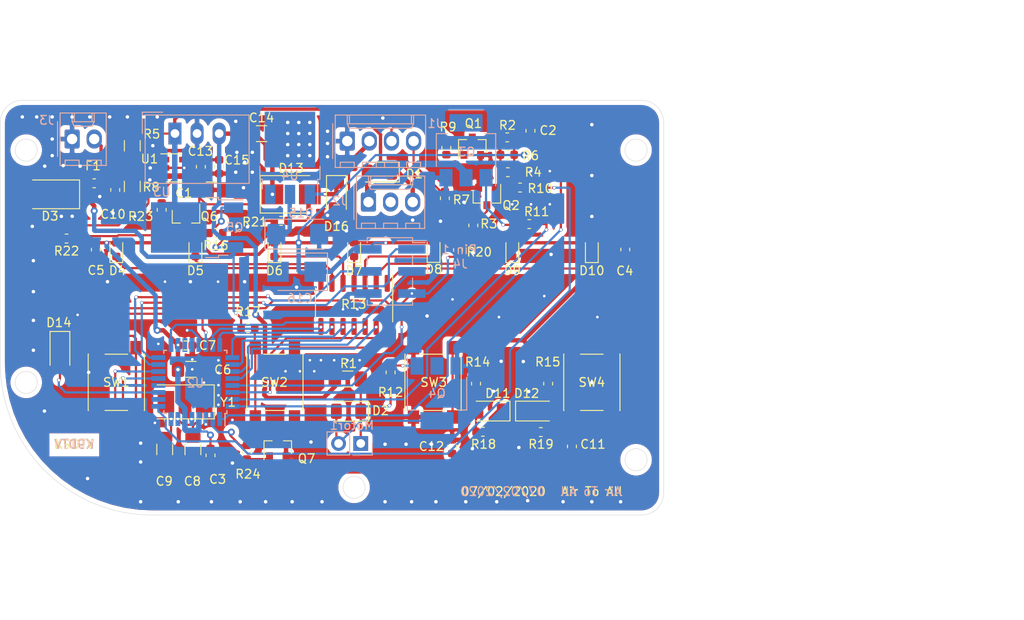
<source format=kicad_pcb>
(kicad_pcb (version 20171130) (host pcbnew "(5.1.5)-3")
  (layers (0 F.Cu signal) (31 B.Cu signal) (34 B.Paste user) (35 F.Paste user) (36 B.SilkS user) (37 F.SilkS user) (38 B.Mask user) (39 F.Mask user) (44 Edge.Cuts user))
  (net 0 "")
  (net 1 +12V)
  (net 2 GND)
  (net 3 Down)
  (net 4 Up)
  (net 5 +5V)
  (net 6 LED5)
  (net 7 Alarm)
  (net 8 LED3)
  (net 9 LED2)
  (net 10 LED1)
  (net 11 RPM)
  (net 12 Batt_V)
  (net 13 PWM)
  (net 14 Raw_Batt)
  (net 15 LED7)
  (net 16 LED6)
  (net 17 Motor)
  (net 18 Buzzer-)
  (net 19 PWM_Drive)
  (net 20 Raw_RPM)
  (net 21 Reset)
  (net 22 Monitor)
  (net 23 "Net-(Q5-Pad1)")
  (net 24 "Net-(Q1-Pad1)")
  (net 25 "Net-(Q2-Pad1)")
  (net 26 "Net-(Q3-Pad1)")
  (net 27 "Net-(Q4-Pad1)")
  (net 28 "Net-(Q2-Pad3)")
  (net 29 SW_Batt)
  (net 30 "Net-(D2-Pad1)")
  (net 31 "Net-(D4-Pad1)")
  (net 32 "Net-(D5-Pad1)")
  (net 33 "Net-(D6-Pad1)")
  (net 34 "Net-(D7-Pad1)")
  (net 35 "Net-(D2-Pad2)")
  (net 36 "Net-(D8-Pad1)")
  (net 37 "Net-(D9-Pad1)")
  (net 38 "Net-(D10-Pad1)")
  (net 39 "Net-(R5-Pad2)")
  (net 40 Micro_power_Down)
  (net 41 "Net-(C16-Pad1)")
  (net 42 "Net-(F1-Pad1)")
  (net 43 "Net-(D14-Pad1)")
  (net 44 "Net-(J2-Pad2)")
  (net 45 "Net-(Q6-Pad2)")
  (net 46 LED4)
  (net 47 MOSI)
  (net 48 SCLK)
  (net 49 MOSO)
  (net 50 "Net-(Q7-Pad1)")
  (net 51 "Net-(C8-Pad1)")
  (net 52 "Net-(C9-Pad1)")
  (net 53 "Net-(C13-Pad1)")
  (net 54 "Net-(R17-Pad1)")
  (net 55 "Net-(U2-Pad10)")
  (net 56 "Net-(U2-Pad12)")
  (net 57 "Net-(U2-Pad19)")
  (net 58 "Net-(U2-Pad20)")
  (net 59 "Net-(D11-Pad2)")
  (net 60 "Net-(D12-Pad2)")
  (net 61 "Net-(D16-Pad1)")
  (module Diode_SMD:D_1206_3216Metric (layer F.Cu) (at 160.658 104.013)
    (fp_text reference D12 (at -1.019 -2.032) (layer F.SilkS))
    (fp_text value 1N914)
    (pad 2 smd roundrect (at 1.4 0) (size 1.25 1.75) (layers F.Cu F.Paste F.Mask) (roundrect_rratio 0.2) (net 60 "Net-(D12-Pad2)"))
    (pad 1 smd roundrect (at -1.4 0) (size 1.25 1.75) (layers F.Cu F.Paste F.Mask) (roundrect_rratio 0.2) (net 4 Up))
  )
  (module Diode_SMD:D_1206_3216Metric (layer F.Cu) (at 155.445 104.013 180)
    (fp_text reference D11 (at -0.892 2.032) (layer F.SilkS))
    (fp_text value 1N914)
    (pad 2 smd roundrect (at 1.4 0 180) (size 1.25 1.75) (layers F.Cu F.Paste F.Mask) (roundrect_rratio 0.2) (net 59 "Net-(D11-Pad2)"))
    (pad 1 smd roundrect (at -1.4 0 180) (size 1.25 1.75) (layers F.Cu F.Paste F.Mask) (roundrect_rratio 0.2) (net 3 Down))
  )
  (module Capacitor_SMD:C_1206_3216Metric (layer F.Cu) (at 129.202 72.151)
    (fp_text reference C14 (at 0 -1.82) (layer F.SilkS))
    (fp_text value LMK316AB7106MLHT)
    (pad 2 smd roundrect (at 1.4 0) (size 1.25 1.75) (layers F.Cu F.Paste F.Mask) (roundrect_rratio 0.2) (net 2 GND))
    (pad 1 smd roundrect (at -1.4 0) (size 1.25 1.75) (layers F.Cu F.Paste F.Mask) (roundrect_rratio 0.2) (net 1 +12V))
  )
  (module Resistor_SMD:R_0603_1608Metric (layer F.Cu) (at 157.48 76.581)
    (fp_text reference R4 (at 2.921 0) (layer F.SilkS))
    (fp_text value 10k)
    (pad 2 smd roundrect (at 0.7875 0) (size 0.875 0.95) (layers F.Cu F.Paste F.Mask) (net 5 +5V))
    (pad 1 smd roundrect (at -0.7875 0) (size 0.875 0.95) (layers F.Cu F.Paste F.Mask) (net 20 Raw_RPM))
  )
  (module Resistor_SMD:R_0603_1608Metric (layer F.Cu) (at 127.508 108.7375 90)
    (fp_text reference R24 (at -2.5145 0.127 180) (layer F.SilkS))
    (fp_text value 4.7k)
    (pad 2 smd roundrect (at 0.7875 0 90) (size 0.875 0.95) (layers F.Cu F.Paste F.Mask) (net 40 Micro_power_Down))
    (pad 1 smd roundrect (at -0.7875 0 90) (size 0.875 0.95) (layers F.Cu F.Paste F.Mask) (net 50 "Net-(Q7-Pad1)"))
  )
  (module Package_TO_SOT_SMD:SOT-23 (layer F.Cu) (at 131.064 108.188 90)
    (fp_text reference Q7 (at -1.286 3.302 180) (layer F.SilkS))
    (fp_text value MMBT3904)
    (pad 3 smd rect (at 1 0 90) (size 0.9 0.8) (layers F.Cu F.Paste F.Mask) (net 53 "Net-(C13-Pad1)"))
    (pad 2 smd rect (at -1 0.95 90) (size 0.9 0.8) (layers F.Cu F.Paste F.Mask) (net 2 GND))
    (pad 1 smd rect (at -1 -0.95 90) (size 0.9 0.8) (layers F.Cu F.Paste F.Mask) (net 50 "Net-(Q7-Pad1)"))
  )
  (module Resistor_SMD:R_0603_1608Metric (layer F.Cu) (at 117.729 80.899 270)
    (fp_text reference R23 (at 0.762 2.413 180) (layer F.SilkS))
    (fp_text value 560k)
    (pad 2 smd roundrect (at 0.7875 0 270) (size 0.875 0.95) (layers F.Cu F.Paste F.Mask) (net 2 GND))
    (pad 1 smd roundrect (at -0.7875 0 270) (size 0.875 0.95) (layers F.Cu F.Paste F.Mask) (net 45 "Net-(Q6-Pad2)"))
  )
  (module Package_TO_SOT_SMD:TO-252-3_TabPin2 (layer B.Cu) (at 132.461 74.93 90)
    (fp_text reference U4 (at -2.032 0 180) (layer B.SilkS) (effects (justify mirror)))
    (fp_text value LM1117-5.0)
    (pad 2 smd rect (at 2.1 0 90) (size 6.4 5.8) (layers B.Cu B.Mask) (net 41 "Net-(C16-Pad1)"))
    (pad 3 smd rect (at -4.2 -2.28 90) (size 2.2 1.2) (layers B.Cu B.Paste B.Mask) (net 1 +12V))
    (pad 2 smd rect (at -4.2 0 90) (size 2.2 1.2) (layers B.Cu B.Paste B.Mask) (net 41 "Net-(C16-Pad1)"))
    (pad 1 smd rect (at -4.2 2.28 90) (size 2.2 1.2) (layers B.Cu B.Paste B.Mask) (net 61 "Net-(D16-Pad1)"))
  )
  (module Converter_DCDC:Converter_DCDC_TRACO_TSR-1_THT (layer B.Cu) (at 119.253 72.136)
    (fp_text reference U3 (at -1.5 6.71) (layer B.SilkS) (effects (justify mirror)))
    (fp_text value TPSM84212EAB)
    (pad 3 thru_hole oval (at 5.08 0) (size 1.5 2.5) (drill 1) (layers *.Cu *.Mask) (net 1 +12V))
    (pad 2 thru_hole oval (at 2.54 0) (size 1.5 2.5) (drill 1) (layers *.Cu *.Mask) (net 2 GND))
    (pad 1 thru_hole rect (at 0 0) (size 1.5 2.5) (drill 1) (layers *.Cu *.Mask) (net 29 SW_Batt))
  )
  (module Button_Switch_SMD:SW_SPST_PTS645 (layer F.Cu) (at 112.522 100.711 90)
    (fp_text reference SW1 (at 0 0 180) (layer F.SilkS))
    (fp_text value Power_off)
    (pad 2 smd rect (at 3.98 2.25 90) (size 1.55 1.3) (layers F.Cu F.Paste F.Mask) (net 43 "Net-(D14-Pad1)"))
    (pad 1 smd rect (at 3.98 -2.25 90) (size 1.55 1.3) (layers F.Cu F.Paste F.Mask) (net 2 GND))
    (pad 1 smd rect (at -3.98 -2.25 90) (size 1.55 1.3) (layers F.Cu F.Paste F.Mask) (net 2 GND))
    (pad 2 smd rect (at -3.98 2.25 90) (size 1.55 1.3) (layers F.Cu F.Paste F.Mask) (net 43 "Net-(D14-Pad1)"))
  )
  (module Button_Switch_SMD:SW_SPST_PTS645 (layer F.Cu) (at 130.732 100.711 270)
    (fp_text reference SW2 (at 0 0.049 180) (layer F.SilkS))
    (fp_text value Power_On)
    (pad 2 smd rect (at 3.98 2.25 270) (size 1.55 1.3) (layers F.Cu F.Paste F.Mask) (net 54 "Net-(R17-Pad1)"))
    (pad 1 smd rect (at 3.98 -2.25 270) (size 1.55 1.3) (layers F.Cu F.Paste F.Mask) (net 53 "Net-(C13-Pad1)"))
    (pad 1 smd rect (at -3.98 -2.25 270) (size 1.55 1.3) (layers F.Cu F.Paste F.Mask) (net 53 "Net-(C13-Pad1)"))
    (pad 2 smd rect (at -3.98 2.25 270) (size 1.55 1.3) (layers F.Cu F.Paste F.Mask) (net 54 "Net-(R17-Pad1)"))
  )
  (module Resistor_SMD:R_0603_1608Metric (layer F.Cu) (at 106.807 84.201 180)
    (fp_text reference R22 (at 0 -1.43) (layer F.SilkS))
    (fp_text value 220k)
    (pad 2 smd roundrect (at 0.7875 0 180) (size 0.875 0.95) (layers F.Cu F.Paste F.Mask) (net 43 "Net-(D14-Pad1)"))
    (pad 1 smd roundrect (at -0.7875 0 180) (size 0.875 0.95) (layers F.Cu F.Paste F.Mask) (net 53 "Net-(C13-Pad1)"))
  )
  (module Resistor_SMD:R_0603_1608Metric (layer F.Cu) (at 131.445 82.169)
    (fp_text reference R21 (at -3.0225 0.127) (layer F.SilkS))
    (fp_text value 820k)
    (pad 2 smd roundrect (at 0.7875 0) (size 0.875 0.95) (layers F.Cu F.Paste F.Mask) (net 41 "Net-(C16-Pad1)"))
    (pad 1 smd roundrect (at -0.7875 0) (size 0.875 0.95) (layers F.Cu F.Paste F.Mask) (net 53 "Net-(C13-Pad1)"))
  )
  (module Resistor_SMD:R_0603_1608Metric (layer F.Cu) (at 127.635 94.488 180)
    (fp_text reference R17 (at 0 1.905) (layer F.SilkS))
    (fp_text value 100k)
    (pad 2 smd roundrect (at 0.7875 0 180) (size 0.875 0.95) (layers F.Cu F.Paste F.Mask) (net 14 Raw_Batt))
    (pad 1 smd roundrect (at -0.7875 0 180) (size 0.875 0.95) (layers F.Cu F.Paste F.Mask) (net 54 "Net-(R17-Pad1)"))
  )
  (module Resistor_SMD:R_0603_1608Metric (layer F.Cu) (at 123.952 83.566 180)
    (fp_text reference R16 (at 0 -1.43) (layer F.SilkS))
    (fp_text value 560k)
    (pad 2 smd roundrect (at 0.7875 0 180) (size 0.875 0.95) (layers F.Cu F.Paste F.Mask) (net 23 "Net-(Q5-Pad1)"))
    (pad 1 smd roundrect (at -0.7875 0 180) (size 0.875 0.95) (layers F.Cu F.Paste F.Mask) (net 14 Raw_Batt))
  )
  (module Package_TO_SOT_SMD:SOT-23 (layer F.Cu) (at 120.523 81.661 270)
    (fp_text reference Q6 (at 0 -2.667 180) (layer F.SilkS))
    (fp_text value MMBT3904)
    (pad 3 smd rect (at 1 0 270) (size 0.9 0.8) (layers F.Cu F.Paste F.Mask) (net 23 "Net-(Q5-Pad1)"))
    (pad 2 smd rect (at -1 0.95 270) (size 0.9 0.8) (layers F.Cu F.Paste F.Mask) (net 45 "Net-(Q6-Pad2)"))
    (pad 1 smd rect (at -1 -0.95 270) (size 0.9 0.8) (layers F.Cu F.Paste F.Mask) (net 53 "Net-(C13-Pad1)"))
  )
  (module Package_TO_SOT_SMD:TO-252-2 (layer B.Cu) (at 121.793 82.931 180)
    (fp_text reference Q5 (at -4.318 0) (layer B.SilkS) (effects (justify mirror)))
    (fp_text value TSM480P06CP)
    (pad 2 smd rect (at 2.1 0 180) (size 6.4 5.8) (layers B.Cu B.Mask) (net 29 SW_Batt))
    (pad 3 smd rect (at -4.2 -2.28 180) (size 2.2 1.2) (layers B.Cu B.Paste B.Mask) (net 14 Raw_Batt))
    (pad 1 smd rect (at -4.2 2.28 180) (size 2.2 1.2) (layers B.Cu B.Paste B.Mask) (net 23 "Net-(Q5-Pad1)"))
  )
  (module Connector_Molex:Molex_KK-254_AE-6410-03A_1x03_P2.54mm_Vertical (layer B.Cu) (at 141.478 80.01)
    (fp_text reference J2 (at -3.302 -0.127) (layer B.SilkS) (effects (justify mirror)))
    (fp_text value Buzzer)
    (pad 3 thru_hole oval (at 5.08 0) (size 1.74 2.19) (drill 1.19) (layers *.Cu *.Mask) (net 29 SW_Batt))
    (pad 2 thru_hole oval (at 2.54 0) (size 1.74 2.19) (drill 1.19) (layers *.Cu *.Mask) (net 44 "Net-(J2-Pad2)"))
    (pad 1 thru_hole roundrect (at 0 0) (size 1.74 2.19) (drill 1.19) (layers *.Cu *.Mask) (roundrect_rratio 0.143678) (net 18 Buzzer-))
  )
  (module Diode_SMD:D_1206_3216Metric (layer F.Cu) (at 137.795 79.251 270)
    (fp_text reference D16 (at 3.553 0 180) (layer F.SilkS))
    (fp_text value 1N914)
    (pad 2 smd roundrect (at 1.4 0 270) (size 1.25 1.75) (layers F.Cu F.Paste F.Mask) (roundrect_rratio 0.2) (net 2 GND))
    (pad 1 smd roundrect (at -1.4 0 270) (size 1.25 1.75) (layers F.Cu F.Paste F.Mask) (roundrect_rratio 0.2) (net 61 "Net-(D16-Pad1)"))
  )
  (module Diode_SMD:D_SMB (layer B.Cu) (at 133.223 88.011 180)
    (fp_text reference D15 (at -0.508 6.731) (layer B.SilkS) (effects (justify mirror)))
    (fp_text value FM4004-W)
    (pad 2 smd rect (at 2.15 0 180) (size 2.5 2.3) (layers B.Cu B.Paste B.Mask) (net 41 "Net-(C16-Pad1)"))
    (pad 1 smd rect (at -2.15 0 180) (size 2.5 2.3) (layers B.Cu B.Paste B.Mask) (net 5 +5V))
  )
  (module Diode_SMD:D_1206_3216Metric (layer F.Cu) (at 106.045 97.155 270)
    (fp_text reference D14 (at -3.302 0.127 180) (layer F.SilkS))
    (fp_text value 1N914)
    (pad 2 smd roundrect (at 1.4 0 270) (size 1.25 1.75) (layers F.Cu F.Paste F.Mask) (roundrect_rratio 0.2) (net 22 Monitor))
    (pad 1 smd roundrect (at -1.4 0 270) (size 1.25 1.75) (layers F.Cu F.Paste F.Mask) (roundrect_rratio 0.2) (net 43 "Net-(D14-Pad1)"))
  )
  (module Diode_SMD:D_SMB (layer F.Cu) (at 132.597 79.121)
    (fp_text reference D13 (at 0 -3) (layer F.SilkS))
    (fp_text value FM4004-W)
    (pad 2 smd rect (at 2.15 0) (size 2.5 2.3) (layers F.Cu F.Paste F.Mask) (net 41 "Net-(C16-Pad1)"))
    (pad 1 smd rect (at -2.15 0) (size 2.5 2.3) (layers F.Cu F.Paste F.Mask) (net 1 +12V))
  )
  (module Capacitor_Tantalum_SMD:CP_EIA-6032-15_Kemet-U (layer B.Cu) (at 133.35 83.693)
    (fp_text reference C16 (at 0.254 7.366) (layer B.SilkS) (effects (justify mirror)))
    (fp_text value T491C107M006AT)
    (pad 2 smd roundrect (at 2.4625 0) (size 2.075 2.35) (layers B.Cu B.Paste B.Mask) (roundrect_rratio 0.120482) (net 2 GND))
    (pad 1 smd roundrect (at -2.4625 0) (size 2.075 2.35) (layers B.Cu B.Paste B.Mask) (roundrect_rratio 0.120482) (net 41 "Net-(C16-Pad1)"))
  )
  (module Capacitor_SMD:C_0603_1608Metric (layer F.Cu) (at 124.333 75.946 270)
    (fp_text reference C15 (at -0.762 -2.032 180) (layer F.SilkS))
    (fp_text value C0603C104M4RACTU)
    (pad 2 smd roundrect (at 0.7875 0 270) (size 0.875 0.95) (layers F.Cu F.Paste F.Mask) (net 2 GND))
    (pad 1 smd roundrect (at -0.7875 0 270) (size 0.875 0.95) (layers F.Cu F.Paste F.Mask) (net 1 +12V))
  )
  (module Capacitor_SMD:C_1206_3216Metric (layer F.Cu) (at 123.447 78.613)
    (fp_text reference C13 (at -1.273 -4.445) (layer F.SilkS))
    (fp_text value 3.3uF)
    (pad 2 smd roundrect (at 1.4 0) (size 1.25 1.75) (layers F.Cu F.Paste F.Mask) (roundrect_rratio 0.2) (net 2 GND))
    (pad 1 smd roundrect (at -1.4 0) (size 1.25 1.75) (layers F.Cu F.Paste F.Mask) (roundrect_rratio 0.2) (net 53 "Net-(C13-Pad1)"))
  )
  (module Capacitor_SMD:C_0603_1608Metric (layer F.Cu) (at 112.395 78.613 270)
    (fp_text reference C10 (at 2.794 0.254 180) (layer F.SilkS))
    (fp_text value C0603C104M4RACTU)
    (pad 1 smd roundrect (at -0.7875 0 270) (size 0.875 0.95) (layers F.Cu F.Paste F.Mask) (net 29 SW_Batt))
    (pad 2 smd roundrect (at 0.7875 0 270) (size 0.875 0.95) (layers F.Cu F.Paste F.Mask) (net 2 GND))
  )
  (module Connector_Molex:Molex_KK-254_AE-6410-02A_1x02_P2.54mm_Vertical (layer B.Cu) (at 107.442 72.771)
    (fp_text reference J3 (at -2.921 -2.159) (layer B.SilkS) (effects (justify mirror)))
    (fp_text value Power)
    (pad 2 thru_hole oval (at 2.54 0) (size 1.74 2.19) (drill 1.19) (layers *.Cu *.Mask) (net 42 "Net-(F1-Pad1)"))
    (pad 1 thru_hole roundrect (at 0 0) (size 1.74 2.19) (drill 1.19) (layers *.Cu *.Mask) (roundrect_rratio 0.143678) (net 2 GND))
  )
  (module Connector_PinHeader_2.54mm:PinHeader_1x02_P2.54mm_Vertical (layer B.Cu) (at 140.589 107.7341 90)
    (fp_text reference Motor1 (at 2.0828 -1.016 180) (layer B.SilkS) (effects (justify mirror)))
    (fp_text value "Mounting Holes")
    (pad 2 thru_hole oval (at 0 -2.54 90) (size 1.7 1.7) (drill 1) (layers *.Cu *.Mask) (net 35 "Net-(D2-Pad2)"))
    (pad 1 thru_hole rect (at 0 0 90) (size 1.7 1.7) (drill 1) (layers *.Cu *.Mask) (net 30 "Net-(D2-Pad1)"))
  )
  (module Resistor_SMD:R_0603_1608Metric (layer F.Cu) (at 161.272 106.426)
    (fp_text reference R19 (at 0.018 1.397) (layer F.SilkS))
    (fp_text value 10k)
    (pad 2 smd roundrect (at 0.7875 0) (size 0.875 0.95) (layers F.Cu F.Paste F.Mask) (net 60 "Net-(D12-Pad2)"))
    (pad 1 smd roundrect (at -0.7875 0) (size 0.875 0.95) (layers F.Cu F.Paste F.Mask) (net 4 Up))
  )
  (module Resistor_SMD:R_0603_1608Metric (layer F.Cu) (at 154.6226 106.3879)
    (fp_text reference R18 (at 0.0634 1.4351) (layer F.SilkS))
    (fp_text value 10k)
    (pad 2 smd roundrect (at 0.7875 0) (size 0.875 0.95) (layers F.Cu F.Paste F.Mask) (net 3 Down))
    (pad 1 smd roundrect (at -0.7875 0) (size 0.875 0.95) (layers F.Cu F.Paste F.Mask) (net 59 "Net-(D11-Pad2)"))
  )
  (module Capacitor_SMD:C_0603_1608Metric (layer F.Cu) (at 151.0919 108.1025 90)
    (fp_text reference C12 (at 0.0255 -2.3749 180) (layer F.SilkS))
    (fp_text value C0603C104M4RACTU)
    (pad 2 smd roundrect (at 0.7875 0 90) (size 0.875 0.95) (layers F.Cu F.Paste F.Mask) (net 2 GND))
    (pad 1 smd roundrect (at -0.7875 0 90) (size 0.875 0.95) (layers F.Cu F.Paste F.Mask) (net 3 Down))
  )
  (module Capacitor_SMD:C_0603_1608Metric (layer F.Cu) (at 164.846 108.077 90)
    (fp_text reference C11 (at 0.254 2.413 180) (layer F.SilkS))
    (fp_text value C0603C104M4RACTU)
    (pad 2 smd roundrect (at 0.7875 0 90) (size 0.875 0.95) (layers F.Cu F.Paste F.Mask) (net 2 GND))
    (pad 1 smd roundrect (at -0.7875 0 90) (size 0.875 0.95) (layers F.Cu F.Paste F.Mask) (net 4 Up))
  )
  (module Resistor_SMD:R_0603_1608Metric (layer F.Cu) (at 109.982 77.851 180)
    (fp_text reference F1 (at 0.1475 2 180) (layer F.SilkS))
    (fp_text value SF-0603FP200F-2)
    (pad 1 smd roundrect (at -0.7875 0 180) (size 0.875 0.95) (layers F.Cu F.Paste F.Mask) (net 42 "Net-(F1-Pad1)"))
    (pad 2 smd roundrect (at 0.7875 0 180) (size 0.875 0.95) (layers F.Cu F.Paste F.Mask) (net 14 Raw_Batt))
  )
  (module Diode_SMD:D_SMA (layer F.Cu) (at 104.902 79.121 180)
    (fp_text reference D3 (at 0 -2.5) (layer F.SilkS))
    (fp_text value 833-3SMAJ5936B-TP)
    (pad 1 smd rect (at -2 0 180) (size 2.5 1.8) (layers F.Cu F.Paste F.Mask) (net 14 Raw_Batt))
    (pad 2 smd rect (at 2 0 180) (size 2.5 1.8) (layers F.Cu F.Paste F.Mask) (net 2 GND))
  )
  (module Package_TO_SOT_SMD:SOT-23 (layer F.Cu) (at 153.4028 73.5965 90)
    (fp_text reference Q1 (at 2.61 0.13 180) (layer F.SilkS))
    (fp_text value MMBT3904)
    (pad 3 smd rect (at 1 0 90) (size 0.9 0.8) (layers F.Cu F.Paste F.Mask) (net 11 RPM))
    (pad 2 smd rect (at -1 0.95 90) (size 0.9 0.8) (layers F.Cu F.Paste F.Mask) (net 2 GND))
    (pad 1 smd rect (at -1 -0.95 90) (size 0.9 0.8) (layers F.Cu F.Paste F.Mask) (net 24 "Net-(Q1-Pad1)"))
  )
  (module Resistor_SMD:R_0603_1608Metric (layer F.Cu) (at 153.5176 82.6897 270)
    (fp_text reference R3 (at -0.18 -1.79 180) (layer F.SilkS))
    (fp_text value 10k)
    (pad 2 smd roundrect (at 0.7875 0 270) (size 0.875 0.95) (layers F.Cu F.Paste F.Mask) (net 1 +12V))
    (pad 1 smd roundrect (at -0.7875 0 270) (size 0.875 0.95) (layers F.Cu F.Paste F.Mask) (net 28 "Net-(Q2-Pad3)"))
  )
  (module Capacitor_SMD:C_0603_1608Metric (layer F.Cu) (at 110.1725 85.471 270)
    (fp_text reference C5 (at 2.3735 -0.0192 180) (layer F.SilkS))
    (fp_text value C0603C104M4RACTU)
    (pad 2 smd roundrect (at 0.7875 0 270) (size 0.875 0.95) (layers F.Cu F.Paste F.Mask) (net 2 GND))
    (pad 1 smd roundrect (at -0.7875 0 270) (size 0.875 0.95) (layers F.Cu F.Paste F.Mask) (net 5 +5V))
  )
  (module Capacitor_SMD:C_0603_1608Metric (layer F.Cu) (at 170.972 85.461 270)
    (fp_text reference C4 (at 2.4484 0.0554 180) (layer F.SilkS))
    (fp_text value C0603C104M4RACTU)
    (pad 2 smd roundrect (at 0.7875 0 270) (size 0.875 0.95) (layers F.Cu F.Paste F.Mask) (net 2 GND))
    (pad 1 smd roundrect (at -0.7875 0 270) (size 0.875 0.95) (layers F.Cu F.Paste F.Mask) (net 5 +5V))
  )
  (module Capacitor_SMD:C_0603_1608Metric (layer F.Cu) (at 123.3393 109.0978 270)
    (fp_text reference C3 (at 2.74856 -0.8159 180) (layer F.SilkS))
    (fp_text value C0603C104M4RACTU)
    (pad 2 smd roundrect (at 0.7875 0 270) (size 0.875 0.95) (layers F.Cu F.Paste F.Mask) (net 2 GND))
    (pad 1 smd roundrect (at -0.7875 0 270) (size 0.875 0.95) (layers F.Cu F.Paste F.Mask) (net 5 +5V))
  )
  (module Capacitor_SMD:C_0603_1608Metric (layer F.Cu) (at 160.082 71.821 90)
    (fp_text reference C2 (at 0.04 2.02 180) (layer F.SilkS))
    (fp_text value C0603C104M4RACTU)
    (pad 2 smd roundrect (at 0.7875 0 90) (size 0.875 0.95) (layers F.Cu F.Paste F.Mask) (net 2 GND))
    (pad 1 smd roundrect (at -0.7875 0 90) (size 0.875 0.95) (layers F.Cu F.Paste F.Mask) (net 5 +5V))
  )
  (module Diode_SMD:D_1206_3216Metric (layer F.Cu) (at 142.7328 76.5665 180)
    (fp_text reference D1 (at -4.0132 -0.2032) (layer F.SilkS))
    (fp_text value 1N914)
    (pad 2 smd roundrect (at 1.4 0 180) (size 1.25 1.75) (layers F.Cu F.Paste F.Mask) (roundrect_rratio 0.2) (net 18 Buzzer-))
    (pad 1 smd roundrect (at -1.4 0 180) (size 1.25 1.75) (layers F.Cu F.Paste F.Mask) (roundrect_rratio 0.2) (net 29 SW_Batt))
  )
  (module Capacitor_SMD:C_1206_3216Metric_Pad1.42x1.75mm_HandSolder (layer F.Cu) (at 121.0903 99.2215 180)
    (fp_text reference C6 (at -3.6576 -0.0508) (layer F.SilkS))
    (fp_text value LMK316AB7106MLHT)
    (pad 2 smd roundrect (at 1.4875 0 180) (size 1.425 1.75) (layers F.Cu F.Paste F.Mask) (roundrect_rratio 0.175439) (net 5 +5V))
    (pad 1 smd roundrect (at -1.4875 0 180) (size 1.425 1.75) (layers F.Cu F.Paste F.Mask) (roundrect_rratio 0.175439) (net 2 GND))
  )
  (module Capacitor_SMD:C_1206_3216Metric (layer F.Cu) (at 118.0793 108.4203 270)
    (fp_text reference C9 (at 3.65 0.06 180) (layer F.SilkS))
    (fp_text value 1206Y0160180FFT)
    (pad 2 smd roundrect (at 1.4 0 270) (size 1.25 1.75) (layers F.Cu F.Paste F.Mask) (roundrect_rratio 0.2) (net 2 GND))
    (pad 1 smd roundrect (at -1.4 0 270) (size 1.25 1.75) (layers F.Cu F.Paste F.Mask) (roundrect_rratio 0.2) (net 52 "Net-(C9-Pad1)"))
  )
  (module Capacitor_SMD:C_1206_3216Metric (layer F.Cu) (at 121.3193 108.4303 270)
    (fp_text reference C8 (at 3.64 0.06 180) (layer F.SilkS))
    (fp_text value 1206Y0160180FFT)
    (pad 2 smd roundrect (at 1.4 0 270) (size 1.25 1.75) (layers F.Cu F.Paste F.Mask) (roundrect_rratio 0.2) (net 2 GND))
    (pad 1 smd roundrect (at -1.4 0 270) (size 1.25 1.75) (layers F.Cu F.Paste F.Mask) (roundrect_rratio 0.2) (net 51 "Net-(C8-Pad1)"))
  )
  (module Resistor_SMD:R_1206_3216Metric (layer F.Cu) (at 114.3542 78.2191 270)
    (fp_text reference R8 (at 0.0764 -2.1683 180) (layer F.SilkS))
    (fp_text value RN73H2BTTD8061F50)
    (pad 2 smd roundrect (at 1.4 0 270) (size 1.25 1.75) (layers F.Cu F.Paste F.Mask) (roundrect_rratio 0.2) (net 2 GND))
    (pad 1 smd roundrect (at -1.4 0 270) (size 1.25 1.75) (layers F.Cu F.Paste F.Mask) (roundrect_rratio 0.2) (net 39 "Net-(R5-Pad2)"))
  )
  (module Resistor_SMD:R_1206_3216Metric (layer F.Cu) (at 114.3542 73.5455 270)
    (fp_text reference R5 (at -1.346 -2.2318 180) (layer F.SilkS))
    (fp_text value RN73H2BTTD4322F100)
    (pad 2 smd roundrect (at 1.4 0 270) (size 1.25 1.75) (layers F.Cu F.Paste F.Mask) (roundrect_rratio 0.2) (net 39 "Net-(R5-Pad2)"))
    (pad 1 smd roundrect (at -1.4 0 270) (size 1.25 1.75) (layers F.Cu F.Paste F.Mask) (roundrect_rratio 0.2) (net 29 SW_Batt))
  )
  (module Crystal:Crystal_SMD_0603-2Pin_6.0x3.5mm (layer F.Cu) (at 120.4143 102.9553 180)
    (fp_text reference Y1 (at -4.9347 -0.0417) (layer F.SilkS))
    (fp_text value 16.000MHZ)
    (pad 2 smd rect (at 2.2 0 180) (size 1.9 2.5) (layers F.Cu F.Paste F.Mask) (net 52 "Net-(C9-Pad1)"))
    (pad 1 smd rect (at -2.2 0 180) (size 1.9 2.5) (layers F.Cu F.Paste F.Mask) (net 51 "Net-(C8-Pad1)"))
  )
  (module Package_TO_SOT_SMD:SOT-23-5 (layer F.Cu) (at 119.1675 76.0825)
    (fp_text reference U1 (at -2.8355 -1.0255) (layer F.SilkS))
    (fp_text value LM321)
    (pad 5 smd rect (at 1.1 -0.95) (size 1.06 0.65) (layers F.Cu F.Paste F.Mask) (net 1 +12V))
    (pad 4 smd rect (at 1.1 0.95) (size 1.06 0.65) (layers F.Cu F.Paste F.Mask) (net 12 Batt_V))
    (pad 3 smd rect (at -1.1 0.95) (size 1.06 0.65) (layers F.Cu F.Paste F.Mask) (net 12 Batt_V))
    (pad 2 smd rect (at -1.1 0) (size 1.06 0.65) (layers F.Cu F.Paste F.Mask) (net 2 GND))
    (pad 1 smd rect (at -1.1 -0.95) (size 1.06 0.65) (layers F.Cu F.Paste F.Mask) (net 39 "Net-(R5-Pad2)"))
  )
  (module Button_Switch_SMD:SW_SPST_PTS645 (layer F.Cu) (at 148.8948 100.711 90)
    (fp_text reference SW3 (at 0 0.0762 180) (layer F.SilkS))
    (fp_text value Fan_Down)
    (pad 2 smd rect (at 3.98 2.25 90) (size 1.55 1.3) (layers F.Cu F.Paste F.Mask) (net 59 "Net-(D11-Pad2)"))
    (pad 1 smd rect (at 3.98 -2.25 90) (size 1.55 1.3) (layers F.Cu F.Paste F.Mask) (net 2 GND))
    (pad 1 smd rect (at -3.98 -2.25 90) (size 1.55 1.3) (layers F.Cu F.Paste F.Mask) (net 2 GND))
    (pad 2 smd rect (at -3.98 2.25 90) (size 1.55 1.3) (layers F.Cu F.Paste F.Mask) (net 59 "Net-(D11-Pad2)"))
  )
  (module Button_Switch_SMD:SW_SPST_PTS645 (layer F.Cu) (at 167.132 100.711 270)
    (fp_text reference SW4 (at 0 0 180) (layer F.SilkS))
    (fp_text value Fan_Up)
    (pad 2 smd rect (at 3.98 2.25 270) (size 1.55 1.3) (layers F.Cu F.Paste F.Mask) (net 60 "Net-(D12-Pad2)"))
    (pad 1 smd rect (at 3.98 -2.25 270) (size 1.55 1.3) (layers F.Cu F.Paste F.Mask) (net 2 GND))
    (pad 1 smd rect (at -3.98 -2.25 270) (size 1.55 1.3) (layers F.Cu F.Paste F.Mask) (net 2 GND))
    (pad 2 smd rect (at -3.98 2.25 270) (size 1.55 1.3) (layers F.Cu F.Paste F.Mask) (net 60 "Net-(D12-Pad2)"))
  )
  (module Resistor_SMD:R_0603_1608Metric (layer F.Cu) (at 162.1155 100.8633 90)
    (fp_text reference R15 (at 2.4895 -0.0448 180) (layer F.SilkS))
    (fp_text value 100k)
    (pad 2 smd roundrect (at 0.7875 0 90) (size 0.875 0.95) (layers F.Cu F.Paste F.Mask) (net 5 +5V))
    (pad 1 smd roundrect (at -0.7875 0 90) (size 0.875 0.95) (layers F.Cu F.Paste F.Mask) (net 60 "Net-(D12-Pad2)"))
  )
  (module Resistor_SMD:R_0603_1608Metric (layer F.Cu) (at 153.832 100.8635 90)
    (fp_text reference R14 (at 2.482 0.1792 180) (layer F.SilkS))
    (fp_text value 100k)
    (pad 2 smd roundrect (at 0.7875 0 90) (size 0.875 0.95) (layers F.Cu F.Paste F.Mask) (net 5 +5V))
    (pad 1 smd roundrect (at -0.7875 0 90) (size 0.875 0.95) (layers F.Cu F.Paste F.Mask) (net 59 "Net-(D11-Pad2)"))
  )
  (module Diode_SMD:D_1206_3216Metric (layer F.Cu) (at 139.192 104.0384 180)
    (fp_text reference D2 (at -3.6798 0.0762) (layer F.SilkS))
    (fp_text value 1N914)
    (pad 2 smd roundrect (at 1.4 0 180) (size 1.25 1.75) (layers F.Cu F.Paste F.Mask) (roundrect_rratio 0.2) (net 35 "Net-(D2-Pad2)"))
    (pad 1 smd roundrect (at -1.4 0 180) (size 1.25 1.75) (layers F.Cu F.Paste F.Mask) (roundrect_rratio 0.2) (net 30 "Net-(D2-Pad1)"))
  )
  (module LED_SMD:LED_0603_1608Metric (layer F.Cu) (at 167.132 85.471 90)
    (fp_text reference D10 (at -2.413 0 180) (layer F.SilkS))
    (fp_text value High)
    (pad 2 smd roundrect (at 0.7875 0 90) (size 0.875 0.95) (layers F.Cu F.Paste F.Mask) (net 5 +5V))
    (pad 1 smd roundrect (at -0.7875 0 90) (size 0.875 0.95) (layers F.Cu F.Paste F.Mask) (net 38 "Net-(D10-Pad1)"))
  )
  (module LED_SMD:LED_0603_1608Metric (layer F.Cu) (at 158.0007 85.471 90)
    (fp_text reference D9 (at -2.413 0 180) (layer F.SilkS))
    (fp_text value Mid)
    (pad 2 smd roundrect (at 0.7875 0 90) (size 0.875 0.95) (layers F.Cu F.Paste F.Mask) (net 5 +5V))
    (pad 1 smd roundrect (at -0.7875 0 90) (size 0.875 0.95) (layers F.Cu F.Paste F.Mask) (net 37 "Net-(D9-Pad1)"))
  )
  (module LED_SMD:LED_0603_1608Metric (layer F.Cu) (at 148.9583 85.4456 90)
    (fp_text reference D8 (at -2.286 0.0255 180) (layer F.SilkS))
    (fp_text value Low)
    (pad 2 smd roundrect (at 0.7875 0 90) (size 0.875 0.95) (layers F.Cu F.Paste F.Mask) (net 5 +5V))
    (pad 1 smd roundrect (at -0.7875 0 90) (size 0.875 0.95) (layers F.Cu F.Paste F.Mask) (net 36 "Net-(D8-Pad1)"))
  )
  (module LED_SMD:LED_0603_1608Metric (layer F.Cu) (at 139.827 85.471 90)
    (fp_text reference D7 (at -2.413 0 180) (layer F.SilkS))
    (fp_text value Error)
    (pad 2 smd roundrect (at 0.7875 0 90) (size 0.875 0.95) (layers F.Cu F.Paste F.Mask) (net 5 +5V))
    (pad 1 smd roundrect (at -0.7875 0 90) (size 0.875 0.95) (layers F.Cu F.Paste F.Mask) (net 34 "Net-(D7-Pad1)"))
  )
  (module LED_SMD:LED_0603_1608Metric (layer F.Cu) (at 130.683 85.471 90)
    (fp_text reference D6 (at -2.413 0 180) (layer F.SilkS))
    (fp_text value Green)
    (pad 2 smd roundrect (at 0.7875 0 90) (size 0.875 0.95) (layers F.Cu F.Paste F.Mask) (net 5 +5V))
    (pad 1 smd roundrect (at -0.7875 0 90) (size 0.875 0.95) (layers F.Cu F.Paste F.Mask) (net 33 "Net-(D6-Pad1)"))
  )
  (module LED_SMD:LED_0603_1608Metric (layer F.Cu) (at 121.6025 85.471 90)
    (fp_text reference D5 (at -2.413 0 180) (layer F.SilkS))
    (fp_text value Yellow)
    (pad 2 smd roundrect (at 0.7875 0 90) (size 0.875 0.95) (layers F.Cu F.Paste F.Mask) (net 5 +5V))
    (pad 1 smd roundrect (at -0.7875 0 90) (size 0.875 0.95) (layers F.Cu F.Paste F.Mask) (net 32 "Net-(D5-Pad1)"))
  )
  (module LED_SMD:LED_0603_1608Metric (layer F.Cu) (at 112.522 85.471 90)
    (fp_text reference D4 (at -2.413 0.127 180) (layer F.SilkS))
    (fp_text value Red)
    (pad 2 smd roundrect (at 0.7875 0 90) (size 0.875 0.95) (layers F.Cu F.Paste F.Mask) (net 5 +5V))
    (pad 1 smd roundrect (at -0.7875 0 90) (size 0.875 0.95) (layers F.Cu F.Paste F.Mask) (net 31 "Net-(D4-Pad1)"))
  )
  (module Resistor_SMD:R_0603_1608Metric (layer F.Cu) (at 157.4253 74.5765)
    (fp_text reference R6 (at 2.6675 0.1) (layer F.SilkS))
    (fp_text value 10k)
    (pad 2 smd roundrect (at 0.7875 0) (size 0.875 0.95) (layers F.Cu F.Paste F.Mask) (net 5 +5V))
    (pad 1 smd roundrect (at -0.7875 0) (size 0.875 0.95) (layers F.Cu F.Paste F.Mask) (net 20 Raw_RPM))
  )
  (module Resistor_SMD:R_0603_1608Metric (layer F.Cu) (at 151.765 85.5091 90)
    (fp_text reference R20 (at -0.2413 2.4384 180) (layer F.SilkS))
    (fp_text value 10k)
    (pad 2 smd roundrect (at 0.7875 0 90) (size 0.875 0.95) (layers F.Cu F.Paste F.Mask) (net 5 +5V))
    (pad 1 smd roundrect (at -0.7875 0 90) (size 0.875 0.95) (layers F.Cu F.Paste F.Mask) (net 21 Reset))
  )
  (module Resistor_SMD:R_0603_1608Metric (layer F.Cu) (at 144.018 99.568 270)
    (fp_text reference R12 (at 2.286 0) (layer F.SilkS))
    (fp_text value 1k)
    (pad 2 smd roundrect (at 0.7875 0 270) (size 0.875 0.95) (layers F.Cu F.Paste F.Mask) (net 17 Motor))
    (pad 1 smd roundrect (at -0.7875 0 270) (size 0.875 0.95) (layers F.Cu F.Paste F.Mask) (net 27 "Net-(Q4-Pad1)"))
  )
  (module Resistor_SMD:R_0603_1608Metric (layer F.Cu) (at 159.9438 82.5373)
    (fp_text reference R11 (at 0.8509 -1.4224) (layer F.SilkS))
    (fp_text value 1k)
    (pad 2 smd roundrect (at 0.7875 0) (size 0.875 0.95) (layers F.Cu F.Paste F.Mask) (net 7 Alarm))
    (pad 1 smd roundrect (at -0.7875 0) (size 0.875 0.95) (layers F.Cu F.Paste F.Mask) (net 26 "Net-(Q3-Pad1)"))
  )
  (module Resistor_SMD:R_0603_1608Metric (layer F.Cu) (at 158.8897 78.3463 180)
    (fp_text reference R10 (at -2.3114 -0.1016) (layer F.SilkS))
    (fp_text value 1k)
    (pad 2 smd roundrect (at 0.7875 0 180) (size 0.875 0.95) (layers F.Cu F.Paste F.Mask) (net 25 "Net-(Q2-Pad1)"))
    (pad 1 smd roundrect (at -0.7875 0 180) (size 0.875 0.95) (layers F.Cu F.Paste F.Mask) (net 13 PWM))
  )
  (module Resistor_SMD:R_0603_1608Metric (layer F.Cu) (at 150.4228 73.7765 270)
    (fp_text reference R9 (at -2.39 -0.19 180) (layer F.SilkS))
    (fp_text value 4.7k)
    (pad 2 smd roundrect (at 0.7875 0 270) (size 0.875 0.95) (layers F.Cu F.Paste F.Mask) (net 24 "Net-(Q1-Pad1)"))
    (pad 1 smd roundrect (at -0.7875 0 270) (size 0.875 0.95) (layers F.Cu F.Paste F.Mask) (net 20 Raw_RPM))
  )
  (module Resistor_SMD:R_0603_1608Metric (layer F.Cu) (at 150.2528 79.574 90)
    (fp_text reference R7 (at -0.182 1.8932 180) (layer F.SilkS))
    (fp_text value 330)
    (pad 2 smd roundrect (at 0.7875 0 90) (size 0.875 0.95) (layers F.Cu F.Paste F.Mask) (net 19 PWM_Drive))
    (pad 1 smd roundrect (at -0.7875 0 90) (size 0.875 0.95) (layers F.Cu F.Paste F.Mask) (net 28 "Net-(Q2-Pad3)"))
  )
  (module Resistor_SMD:R_0603_1608Metric (layer F.Cu) (at 157.4167 72.5797)
    (fp_text reference R2 (at 0.0253 -1.3887) (layer F.SilkS))
    (fp_text value 10k)
    (pad 2 smd roundrect (at 0.7875 0) (size 0.875 0.95) (layers F.Cu F.Paste F.Mask) (net 5 +5V))
    (pad 1 smd roundrect (at -0.7875 0) (size 0.875 0.95) (layers F.Cu F.Paste F.Mask) (net 11 RPM))
  )
  (module Resistor_SMD:R_1206_3216Metric_Pad1.42x1.75mm_HandSolder (layer F.Cu) (at 139.1015 100.33)
    (fp_text reference R1 (at 0.0905 -1.778) (layer F.SilkS))
    (fp_text value LTR18EZPJ301)
    (pad 2 smd roundrect (at 1.4875 0) (size 1.425 1.75) (layers F.Cu F.Paste F.Mask) (roundrect_rratio 0.175439) (net 30 "Net-(D2-Pad1)"))
    (pad 1 smd roundrect (at -1.4875 0) (size 1.425 1.75) (layers F.Cu F.Paste F.Mask) (roundrect_rratio 0.175439) (net 1 +12V))
  )
  (module Capacitor_SMD:C_0603_1608Metric (layer F.Cu) (at 122.2282 75.9555 270)
    (fp_text reference C1 (at 3.0385 1.9592 180) (layer F.SilkS))
    (fp_text value C0603C104M4RACTU)
    (pad 2 smd roundrect (at 0.7875 0 270) (size 0.875 0.95) (layers F.Cu F.Paste F.Mask) (net 2 GND))
    (pad 1 smd roundrect (at -0.7875 0 270) (size 0.875 0.95) (layers F.Cu F.Paste F.Mask) (net 1 +12V))
  )
  (module Capacitor_SMD:C_0603_1608Metric (layer F.Cu) (at 120.4553 96.4783 180)
    (fp_text reference C7 (at -2.54 0) (layer F.SilkS))
    (fp_text value C0603C104M4RACTU)
    (pad 2 smd roundrect (at 0.7875 0 180) (size 0.875 0.95) (layers F.Cu F.Paste F.Mask) (net 5 +5V))
    (pad 1 smd roundrect (at -0.7875 0 180) (size 0.875 0.95) (layers F.Cu F.Paste F.Mask) (net 2 GND))
  )
  (module Package_TO_SOT_SMD:SOT-23 (layer F.Cu) (at 155.0828 79.3665 270)
    (fp_text reference Q2 (at 1.0245 -2.7782 180) (layer F.SilkS))
    (fp_text value MMBT3904)
    (pad 3 smd rect (at 1 0 270) (size 0.9 0.8) (layers F.Cu F.Paste F.Mask) (net 28 "Net-(Q2-Pad3)"))
    (pad 2 smd rect (at -1 0.95 270) (size 0.9 0.8) (layers F.Cu F.Paste F.Mask) (net 2 GND))
    (pad 1 smd rect (at -1 -0.95 270) (size 0.9 0.8) (layers F.Cu F.Paste F.Mask) (net 25 "Net-(Q2-Pad1)"))
  )
  (module Package_TO_SOT_SMD:SOT-223-3_TabPin2 (layer B.Cu) (at 149.352 101.981 270)
    (fp_text reference Q4 (at 0 0 180) (layer B.SilkS) (effects (justify mirror)))
    (fp_text value PZT3904)
    (pad 1 smd rect (at -3.15 2.3 270) (size 2 1.5) (layers B.Cu B.Paste B.Mask) (net 27 "Net-(Q4-Pad1)"))
    (pad 3 smd rect (at -3.15 -2.3 270) (size 2 1.5) (layers B.Cu B.Paste B.Mask) (net 2 GND))
    (pad 2 smd rect (at -3.15 0 270) (size 2 1.5) (layers B.Cu B.Paste B.Mask) (net 35 "Net-(D2-Pad2)"))
    (pad 2 smd rect (at 3.15 0 270) (size 2 3.8) (layers B.Cu B.Paste B.Mask) (net 35 "Net-(D2-Pad2)"))
  )
  (module Package_TO_SOT_SMD:SOT-223-3_TabPin2 (layer B.Cu) (at 152.682 74.061 90)
    (fp_text reference Q3 (at -0.19 0.06 180) (layer B.SilkS) (effects (justify mirror)))
    (fp_text value PZT3904)
    (pad 1 smd rect (at -3.15 2.3 90) (size 2 1.5) (layers B.Cu B.Paste B.Mask) (net 26 "Net-(Q3-Pad1)"))
    (pad 3 smd rect (at -3.15 -2.3 90) (size 2 1.5) (layers B.Cu B.Paste B.Mask) (net 2 GND))
    (pad 2 smd rect (at -3.15 0 90) (size 2 1.5) (layers B.Cu B.Paste B.Mask) (net 18 Buzzer-))
    (pad 2 smd rect (at 3.15 0 90) (size 2 3.8) (layers B.Cu B.Paste B.Mask) (net 18 Buzzer-))
  )
  (module Package_SO:SOIC-14_3.9x8.7mm_P1.27mm (layer F.Cu) (at 139.827 91.821 270)
    (fp_text reference R13 (at -0.0762 0.0381 180) (layer F.SilkS))
    (fp_text value 4814P-1-331LF)
    (pad 14 smd roundrect (at 2.475 -3.81 270) (size 1.95 0.6) (layers F.Cu F.Paste F.Mask) (net 15 LED7))
    (pad 13 smd roundrect (at 2.475 -2.54 270) (size 1.95 0.6) (layers F.Cu F.Paste F.Mask) (net 16 LED6))
    (pad 12 smd roundrect (at 2.475 -1.27 270) (size 1.95 0.6) (layers F.Cu F.Paste F.Mask) (net 6 LED5))
    (pad 11 smd roundrect (at 2.475 0 270) (size 1.95 0.6) (layers F.Cu F.Paste F.Mask) (net 46 LED4))
    (pad 10 smd roundrect (at 2.475 1.27 270) (size 1.95 0.6) (layers F.Cu F.Paste F.Mask) (net 8 LED3))
    (pad 9 smd roundrect (at 2.475 2.54 270) (size 1.95 0.6) (layers F.Cu F.Paste F.Mask) (net 9 LED2))
    (pad 8 smd roundrect (at 2.475 3.81 270) (size 1.95 0.6) (layers F.Cu F.Paste F.Mask) (net 10 LED1))
    (pad 7 smd roundrect (at -2.475 3.81 270) (size 1.95 0.6) (layers F.Cu F.Paste F.Mask) (net 31 "Net-(D4-Pad1)"))
    (pad 6 smd roundrect (at -2.475 2.54 270) (size 1.95 0.6) (layers F.Cu F.Paste F.Mask) (net 32 "Net-(D5-Pad1)"))
    (pad 5 smd roundrect (at -2.475 1.27 270) (size 1.95 0.6) (layers F.Cu F.Paste F.Mask) (net 33 "Net-(D6-Pad1)"))
    (pad 4 smd roundrect (at -2.475 0 270) (size 1.95 0.6) (layers F.Cu F.Paste F.Mask) (net 34 "Net-(D7-Pad1)"))
    (pad 3 smd roundrect (at -2.475 -1.27 270) (size 1.95 0.6) (layers F.Cu F.Paste F.Mask) (net 36 "Net-(D8-Pad1)"))
    (pad 2 smd roundrect (at -2.475 -2.54 270) (size 1.95 0.6) (layers F.Cu F.Paste F.Mask) (net 37 "Net-(D9-Pad1)"))
    (pad 1 smd roundrect (at -2.475 -3.81 270) (size 1.95 0.6) (layers F.Cu F.Paste F.Mask) (net 38 "Net-(D10-Pad1)"))
  )
  (module Package_QFP:TQFP-32_7x7mm_P0.8mm (layer B.Cu) (at 121.5983 100.6693 90)
    (fp_text reference U2 (at -0.127 0 180) (layer B.SilkS) (effects (justify mirror)))
    (fp_text value ATmega328P-AU)
    (pad 1 smd rect (at -4.25 2.8 90) (size 1.6 0.55) (layers B.Cu B.Paste B.Mask) (net 11 RPM))
    (pad 2 smd rect (at -4.25 2 90) (size 1.6 0.55) (layers B.Cu B.Paste B.Mask) (net 40 Micro_power_Down))
    (pad 3 smd rect (at -4.25 1.2 90) (size 1.6 0.55) (layers B.Cu B.Paste B.Mask) (net 2 GND))
    (pad 4 smd rect (at -4.25 0.4 90) (size 1.6 0.55) (layers B.Cu B.Paste B.Mask) (net 5 +5V))
    (pad 5 smd rect (at -4.25 -0.4 90) (size 1.6 0.55) (layers B.Cu B.Paste B.Mask) (net 2 GND))
    (pad 6 smd rect (at -4.25 -1.2 90) (size 1.6 0.55) (layers B.Cu B.Paste B.Mask) (net 5 +5V))
    (pad 7 smd rect (at -4.25 -2 90) (size 1.6 0.55) (layers B.Cu B.Paste B.Mask) (net 51 "Net-(C8-Pad1)"))
    (pad 8 smd rect (at -4.25 -2.8 90) (size 1.6 0.55) (layers B.Cu B.Paste B.Mask) (net 52 "Net-(C9-Pad1)"))
    (pad 9 smd rect (at -2.8 -4.25) (size 1.6 0.55) (layers B.Cu B.Paste B.Mask) (net 13 PWM))
    (pad 10 smd rect (at -2 -4.25) (size 1.6 0.55) (layers B.Cu B.Paste B.Mask) (net 55 "Net-(U2-Pad10)"))
    (pad 11 smd rect (at -1.2 -4.25) (size 1.6 0.55) (layers B.Cu B.Paste B.Mask) (net 22 Monitor))
    (pad 12 smd rect (at -0.4 -4.25) (size 1.6 0.55) (layers B.Cu B.Paste B.Mask) (net 56 "Net-(U2-Pad12)"))
    (pad 13 smd rect (at 0.4 -4.25) (size 1.6 0.55) (layers B.Cu B.Paste B.Mask) (net 3 Down))
    (pad 14 smd rect (at 1.2 -4.25) (size 1.6 0.55) (layers B.Cu B.Paste B.Mask) (net 4 Up))
    (pad 15 smd rect (at 2 -4.25) (size 1.6 0.55) (layers B.Cu B.Paste B.Mask) (net 47 MOSI))
    (pad 16 smd rect (at 2.8 -4.25) (size 1.6 0.55) (layers B.Cu B.Paste B.Mask) (net 49 MOSO))
    (pad 17 smd rect (at 4.25 -2.8 90) (size 1.6 0.55) (layers B.Cu B.Paste B.Mask) (net 48 SCLK))
    (pad 18 smd rect (at 4.25 -2 90) (size 1.6 0.55) (layers B.Cu B.Paste B.Mask) (net 5 +5V))
    (pad 19 smd rect (at 4.25 -1.2 90) (size 1.6 0.55) (layers B.Cu B.Paste B.Mask) (net 57 "Net-(U2-Pad19)"))
    (pad 20 smd rect (at 4.25 -0.4 90) (size 1.6 0.55) (layers B.Cu B.Paste B.Mask) (net 58 "Net-(U2-Pad20)"))
    (pad 21 smd rect (at 4.25 0.4 90) (size 1.6 0.55) (layers B.Cu B.Paste B.Mask) (net 2 GND))
    (pad 22 smd rect (at 4.25 1.2 90) (size 1.6 0.55) (layers B.Cu B.Paste B.Mask) (net 12 Batt_V))
    (pad 23 smd rect (at 4.25 2 90) (size 1.6 0.55) (layers B.Cu B.Paste B.Mask) (net 10 LED1))
    (pad 24 smd rect (at 4.25 2.8 90) (size 1.6 0.55) (layers B.Cu B.Paste B.Mask) (net 9 LED2))
    (pad 25 smd rect (at 2.8 4.25) (size 1.6 0.55) (layers B.Cu B.Paste B.Mask) (net 8 LED3))
    (pad 26 smd rect (at 2 4.25) (size 1.6 0.55) (layers B.Cu B.Paste B.Mask) (net 46 LED4))
    (pad 27 smd rect (at 1.2 4.25) (size 1.6 0.55) (layers B.Cu B.Paste B.Mask) (net 6 LED5))
    (pad 28 smd rect (at 0.4 4.25) (size 1.6 0.55) (layers B.Cu B.Paste B.Mask) (net 16 LED6))
    (pad 29 smd rect (at -0.4 4.25) (size 1.6 0.55) (layers B.Cu B.Paste B.Mask) (net 21 Reset))
    (pad 30 smd rect (at -1.2 4.25) (size 1.6 0.55) (layers B.Cu B.Paste B.Mask) (net 15 LED7))
    (pad 31 smd rect (at -2 4.25) (size 1.6 0.55) (layers B.Cu B.Paste B.Mask) (net 7 Alarm))
    (pad 32 smd rect (at -2.8 4.25) (size 1.6 0.55) (layers B.Cu B.Paste B.Mask) (net 17 Motor))
  )
  (module Connector_Molex:Molex_KK-254_AE-6410-04A_1x04_P2.54mm_Vertical (layer B.Cu) (at 139.0428 73.0065)
    (fp_text reference J1 (at 10.0552 -2.0135) (layer B.SilkS) (effects (justify mirror)))
    (fp_text value Fan)
    (pad 4 thru_hole oval (at 7.62 0) (size 1.74 2.19) (drill 1.19) (layers *.Cu *.Mask) (net 19 PWM_Drive))
    (pad 3 thru_hole oval (at 5.08 0) (size 1.74 2.19) (drill 1.19) (layers *.Cu *.Mask) (net 20 Raw_RPM))
    (pad 2 thru_hole oval (at 2.54 0) (size 1.74 2.19) (drill 1.19) (layers *.Cu *.Mask) (net 1 +12V))
    (pad 1 thru_hole roundrect (at 0 0) (size 1.74 2.19) (drill 1.19) (layers *.Cu *.Mask) (roundrect_rratio 0.143678) (net 2 GND))
  )
  (module Connector_PinHeader_2.54mm:PinHeader_2x03_P2.54mm_Vertical_SMD (layer B.Cu) (at 143.942 87.971 180)
    (fp_text reference J4 (at -8.077 0.849) (layer B.SilkS) (effects (justify mirror)))
    (fp_text value ICSP)
    (pad 1 smd rect (at -2.525 2.54 180) (size 3.15 1) (layers B.Cu B.Paste B.Mask) (net 49 MOSO))
    (pad 2 smd rect (at 2.525 2.54 180) (size 3.15 1) (layers B.Cu B.Paste B.Mask) (net 5 +5V))
    (pad 3 smd rect (at -2.525 0 180) (size 3.15 1) (layers B.Cu B.Paste B.Mask) (net 48 SCLK))
    (pad 4 smd rect (at 2.525 0 180) (size 3.15 1) (layers B.Cu B.Paste B.Mask) (net 47 MOSI))
    (pad 5 smd rect (at -2.525 -2.54 180) (size 3.15 1) (layers B.Cu B.Paste B.Mask) (net 21 Reset))
    (pad 6 smd rect (at 2.525 -2.54 180) (size 3.15 1) (layers B.Cu B.Paste B.Mask) (net 2 GND))
  )
  (gr_text "Pin 1" (at 151.892 85.471) (layer B.SilkS) (effects (font (size 1 1)) (justify mirror)))
  (gr_text K9DTV (at 107.696 107.823) (layer B.SilkS) (effects (font (size 1 1)) (justify mirror)))
  (gr_text K9DTV (at 107.696 107.823) (layer F.SilkS) (effects (font (size 1 1))))
  (gr_text K9DTV (at 107.696 107.823) (layer F.Cu) (effects (font (size 1 1))))
  (gr_text K9DTV (at 107.696 107.823) (layer B.Cu) (effects (font (size 1 1)) (justify mirror)))
  (gr_circle (center 139.827 112.776) (end 141.097 112.776) (layer Edge.Cuts) (width 0.05))
  (gr_circle (center 172.212 109.601) (end 173.482 109.601) (layer Edge.Cuts) (width 0.05))
  (gr_circle (center 102.172 74.041) (end 103.442 74.041) (layer Edge.Cuts) (width 0.05))
  (gr_circle (center 172.212 74.041) (end 173.482 74.041) (layer Edge.Cuts) (width 0.05))
  (gr_circle (center 102.172 100.721) (end 103.442 100.721) (layer Edge.Cuts) (width 0.05))
  (gr_line (start 116.666989 115.951) (end 172.847 115.951) (layer Edge.Cuts) (width 0.05))
  (gr_line (start 172.847 68.326) (end 101.727 68.326) (layer Edge.Cuts) (width 0.05))
  (gr_arc (start 116.657284 98.480716) (end 99.187 98.490715) (angle -89.99903579) (layer Edge.Cuts) (width 0.05))
  (gr_arc (start 101.727 70.866) (end 101.727 68.326) (angle -90) (layer Edge.Cuts) (width 0.05))
  (gr_arc (start 172.847 70.866) (end 175.387 70.866) (angle -90) (layer Edge.Cuts) (width 0.05))
  (gr_line (start 175.387 70.866) (end 175.387 113.411) (layer Edge.Cuts) (width 0.05))
  (gr_line (start 99.187 70.866) (end 99.187 98.490715) (layer Edge.Cuts) (width 0.05))
  (gr_text "Air To All" (at 167.023 113.25) (layer B.SilkS) (effects (font (size 1 1)) (justify mirror)))
  (gr_text 07/02/2020 (at 156.863 113.25) (layer B.SilkS) (effects (font (size 1 1)) (justify mirror)))
  (gr_arc (start 172.847 113.411) (end 172.847 115.951) (angle -90) (layer Edge.Cuts) (width 0.05))
  (gr_text 07/02/2020 (at 156.99 113.25) (layer F.SilkS) (effects (font (size 1 1))))
  (gr_text "Air To All" (at 167.15 113.25) (layer F.SilkS) (effects (font (size 1 1))))
  (segment (start 122.7177 75.1535) (end 124.263 75.1535) (width 0.381) (layer F.Cu) (net 1))
  (segment (start 122.7032 75.168) (end 122.7177 75.1535) (width 0.381) (layer F.Cu) (net 1))
  (segment (start 122.2282 75.168) (end 122.7032 75.168) (width 0.381) (layer F.Cu) (net 1))
  (segment (start 120.303 75.168) (end 120.2675 75.1325) (width 0.381) (layer F.Cu) (net 1))
  (segment (start 122.2282 75.168) (end 120.303 75.168) (width 0.381) (layer F.Cu) (net 1))
  (segment (start 127.3715 72.1455) (end 127.381 72.136) (width 0.381) (layer F.Cu) (net 1))
  (segment (start 124.311 72.1455) (end 127.3715 72.1455) (width 0.381) (layer F.Cu) (net 1))
  (segment (start 124.311 75.0535) (end 124.206 75.1585) (width 0.381) (layer F.Cu) (net 1))
  (segment (start 124.311 72.1455) (end 124.311 75.0535) (width 0.381) (layer F.Cu) (net 1))
  (segment (start 128.185378 72.136) (end 127.381 72.136) (width 0.508) (layer F.Cu) (net 1))
  (segment (start 152.9919 83.5279) (end 151.6761 83.5279) (width 0.254) (layer F.Cu) (net 1))
  (segment (start 151.6761 83.5279) (end 149.3928 83.5065) (width 0.25) (layer F.Cu) (net 1))
  (segment (start 149.3928 83.5065) (end 140.8728 83.5065) (width 0.254) (layer F.Cu) (net 1))
  (segment (start 140.8728 83.5065) (end 140.606847 83.240547) (width 0.254) (layer F.Cu) (net 1))
  (segment (start 139.2428 76.1365) (end 139.8018 76.1365) (width 0.254) (layer F.Cu) (net 1))
  (segment (start 140.606847 83.240547) (end 140.606847 83.215547) (width 0.254) (layer F.Cu) (net 1))
  (segment (start 140.606847 83.215547) (end 139.2428 81.8515) (width 0.254) (layer F.Cu) (net 1))
  (segment (start 139.2428 81.8515) (end 139.2428 76.1365) (width 0.254) (layer F.Cu) (net 1))
  (segment (start 124.333 80.135328) (end 123.727999 80.740329) (width 0.508) (layer B.Cu) (net 1))
  (segment (start 124.333 72.136) (end 124.333 80.135328) (width 0.508) (layer B.Cu) (net 1))
  (segment (start 127.456201 84.156999) (end 128.524 85.224798) (width 0.508) (layer B.Cu) (net 1))
  (segment (start 123.727999 83.355199) (end 124.529799 84.156999) (width 0.508) (layer B.Cu) (net 1))
  (segment (start 124.529799 84.156999) (end 127.456201 84.156999) (width 0.508) (layer B.Cu) (net 1))
  (segment (start 123.727999 80.740329) (end 123.727999 83.355199) (width 0.508) (layer B.Cu) (net 1))
  (segment (start 128.524 85.224798) (end 128.524 89.154) (width 0.508) (layer B.Cu) (net 1))
  (segment (start 128.524 89.154) (end 128.524 89.154) (width 0.508) (layer B.Cu) (net 1))
  (segment (start 128.524 89.154) (end 128.524 89.154) (width 0.508) (layer B.Cu) (net 1))
  (segment (start 128.524 92.329) (end 128.524 92.583) (width 0.508) (layer B.Cu) (net 1))
  (segment (start 128.524 89.154) (end 128.524 92.329) (width 0.508) (layer B.Cu) (net 1))
  (segment (start 128.923999 93.329009) (end 128.524 92.92901) (width 0.508) (layer F.Cu) (net 1))
  (segment (start 136.310999 102.508001) (end 129.861079 102.508001) (width 0.508) (layer F.Cu) (net 1))
  (segment (start 129.861079 102.508001) (end 129.520999 102.167921) (width 0.508) (layer F.Cu) (net 1))
  (segment (start 129.520999 102.167921) (end 129.520999 101.540079) (width 0.508) (layer F.Cu) (net 1))
  (segment (start 137.614 100.33) (end 137.614 101.205) (width 0.508) (layer F.Cu) (net 1))
  (segment (start 137.614 101.205) (end 136.310999 102.508001) (width 0.508) (layer F.Cu) (net 1))
  (segment (start 129.520999 101.540079) (end 129.59399 101.467088) (width 0.508) (layer F.Cu) (net 1))
  (segment (start 128.524 92.329) (end 128.524 92.92901) (width 0.508) (layer B.Cu) (net 1))
  (segment (start 129.59399 101.467088) (end 129.59399 93.999) (width 0.508) (layer F.Cu) (net 1))
  (segment (start 129.59399 93.999) (end 128.923999 93.329009) (width 0.508) (layer F.Cu) (net 1))
  (via (at 128.524 92.92901) (size 0.8) (drill 0.4) (layers F.Cu B.Cu) (net 1))
  (segment (start 153.0426 83.4772) (end 153.5176 83.4772) (width 0.254) (layer F.Cu) (net 1))
  (segment (start 152.9919 83.5279) (end 153.0426 83.4772) (width 0.254) (layer F.Cu) (net 1))
  (segment (start 130.447 77.717) (end 130.447 79.121) (width 0.25) (layer F.Cu) (net 1))
  (segment (start 130.556 76.327) (end 130.447 77.717) (width 0.254) (layer F.Cu) (net 1))
  (segment (start 130.447 79.121) (end 130.447 79.121) (width 0.25) (layer F.Cu) (net 1))
  (via (at 130.447 79.121) (size 0.8) (drill 0.4) (layers F.Cu B.Cu) (net 1))
  (segment (start 124.348 72.151) (end 124.333 72.136) (width 0.508) (layer F.Cu) (net 1))
  (segment (start 127.802 72.151) (end 124.348 72.151) (width 0.508) (layer F.Cu) (net 1))
  (segment (start 130.447 77.579) (end 130.447 79.121) (width 0.508) (layer F.Cu) (net 1))
  (segment (start 139.2428 76.1365) (end 137.16 76.2) (width 0.254) (layer F.Cu) (net 1))
  (segment (start 137.16 76.2) (end 139.954 76.2) (width 0.508) (layer F.Cu) (net 1))
  (segment (start 139.8018 76.1365) (end 139.954 76.2) (width 0.254) (layer F.Cu) (net 1))
  (segment (start 141.5828 73.2315) (end 141.5828 73.0065) (width 0.508) (layer F.Cu) (net 1))
  (segment (start 139.954 74.8603) (end 141.5828 73.2315) (width 0.508) (layer F.Cu) (net 1))
  (segment (start 139.954 76.2) (end 139.954 74.8603) (width 0.508) (layer F.Cu) (net 1))
  (segment (start 137.16 76.2) (end 136.398 76.962) (width 0.508) (layer F.Cu) (net 1))
  (segment (start 136.398 76.962) (end 130.429 76.962) (width 0.508) (layer F.Cu) (net 1))
  (segment (start 130.447 76.436) (end 130.429 76.962) (width 0.508) (layer F.Cu) (net 1))
  (segment (start 130.429 76.962) (end 130.447 77.579) (width 0.508) (layer F.Cu) (net 1))
  (segment (start 130.447 76.436) (end 130.447 75.837) (width 0.508) (layer F.Cu) (net 1))
  (segment (start 130.447 75.837) (end 129.667 75.057) (width 0.508) (layer F.Cu) (net 1))
  (segment (start 128.427 72.151) (end 127.802 72.151) (width 0.508) (layer F.Cu) (net 1))
  (segment (start 129.667 73.391) (end 128.427 72.151) (width 0.508) (layer F.Cu) (net 1))
  (segment (start 129.667 75.057) (end 129.667 73.391) (width 0.508) (layer F.Cu) (net 1))
  (via (at 122.809 105.537) (size 0.4) (drill 0.3) (layers F.Cu B.Cu) (net 2))
  (via (at 120.321 76.0855) (size 0.4) (drill 0.3) (layers F.Cu B.Cu) (net 2))
  (segment (start 121.2768 96.4443) (end 121.2428 96.4783) (width 0.635) (layer F.Cu) (net 2))
  (segment (start 122.5778 99.2215) (end 121.2427 99.2215) (width 0.635) (layer F.Cu) (net 2))
  (segment (start 121.2427 99.2215) (end 121.242742 98.078542) (width 0.635) (layer F.Cu) (net 2))
  (segment (start 118.0675 76.0825) (end 120.1835 76.0825) (width 0.254) (layer F.Cu) (net 2))
  (segment (start 121.2427 99.2215) (end 121.2427 99.2215) (width 0.635) (layer F.Cu) (net 2))
  (via (at 121.2427 99.2215) (size 0.4) (drill 0.3) (layers F.Cu B.Cu) (net 2))
  (via (at 124.2483 103.2943) (size 0.4) (drill 0.3) (layers F.Cu B.Cu) (net 2))
  (via (at 122.5889 100.7455) (size 0.4) (drill 0.3) (layers F.Cu B.Cu) (net 2))
  (segment (start 124.2483 101.2643) (end 124.2483 101.0333) (width 0.25) (layer F.Cu) (net 2))
  (segment (start 124.2483 98.1843) (end 124.2483 98.1843) (width 0.25) (layer F.Cu) (net 2))
  (via (at 124.2483 98.1843) (size 0.4) (drill 0.3) (layers F.Cu B.Cu) (net 2))
  (segment (start 117.3483 96.2943) (end 117.3483 96.2943) (width 0.25) (layer F.Cu) (net 2))
  (via (at 117.3483 96.2943) (size 0.4) (drill 0.3) (layers F.Cu B.Cu) (net 2))
  (segment (start 118.0675 76.0825) (end 118.8475 76.0825) (width 0.25) (layer F.Cu) (net 2))
  (segment (start 122.2282 76.743) (end 121.7532 76.743) (width 0.25) (layer F.Cu) (net 2))
  (segment (start 121.3646 76.3544) (end 121.3646 76.1079) (width 0.25) (layer F.Cu) (net 2))
  (segment (start 121.7532 76.743) (end 121.3646 76.3544) (width 0.25) (layer F.Cu) (net 2))
  (segment (start 120.1835 76.0825) (end 121.3646 76.1079) (width 0.254) (layer F.Cu) (net 2))
  (via (at 116.412 76.091) (size 0.8) (drill 0.4) (layers F.Cu B.Cu) (net 2))
  (via (at 124.2483 101.0333) (size 0.4) (drill 0.3) (layers F.Cu B.Cu) (net 2))
  (via (at 124.2483 99.6109) (size 0.4) (drill 0.3) (layers F.Cu B.Cu) (net 2))
  (via (at 124.2483 102.2017) (size 0.4) (drill 0.3) (layers F.Cu B.Cu) (net 2))
  (segment (start 121.242742 98.078542) (end 121.2428 96.4783) (width 0.635) (layer F.Cu) (net 2))
  (via (at 121.242742 98.078542) (size 0.4) (drill 0.3) (layers F.Cu B.Cu) (net 2))
  (via (at 125.857 105.029) (size 0.4) (drill 0.3) (layers F.Cu B.Cu) (net 2))
  (via (at 116.9501 105.3683) (size 0.4) (drill 0.3) (layers F.Cu B.Cu) (net 2))
  (via (at 152.4428 80.0365) (size 0.8) (drill 0.4) (layers F.Cu B.Cu) (net 2))
  (via (at 116.372 77.461) (size 0.8) (drill 0.4) (layers F.Cu B.Cu) (net 2))
  (via (at 117.221 70.231) (size 0.8) (drill 0.4) (layers F.Cu B.Cu) (net 2))
  (via (at 115.682 70.231) (size 0.8) (drill 0.4) (layers F.Cu B.Cu) (net 2))
  (via (at 108.362 75.891) (size 0.8) (drill 0.4) (layers F.Cu B.Cu) (net 2))
  (via (at 104.302 75.881) (size 0.8) (drill 0.4) (layers F.Cu B.Cu) (net 2))
  (via (at 127.582 82.851) (size 0.8) (drill 0.4) (layers F.Cu B.Cu) (net 2))
  (via (at 137.9728 82.3722) (size 0.8) (drill 0.4) (layers F.Cu B.Cu) (net 2))
  (via (at 107.452 81.641) (size 0.8) (drill 0.4) (layers F.Cu B.Cu) (net 2))
  (via (at 106.212 81.651) (size 0.8) (drill 0.4) (layers F.Cu B.Cu) (net 2))
  (via (at 162.452 86.021) (size 0.8) (drill 0.4) (layers F.Cu B.Cu) (net 2))
  (via (at 149.752 82.211) (size 0.8) (drill 0.4) (layers F.Cu B.Cu) (net 2))
  (via (at 146.552 82.081) (size 0.8) (drill 0.4) (layers F.Cu B.Cu) (net 2))
  (via (at 153.482 85.851) (size 0.8) (drill 0.4) (layers F.Cu B.Cu) (net 2))
  (via (at 159.258 98.3234) (size 0.8) (drill 0.4) (layers F.Cu B.Cu) (net 2))
  (via (at 159.8803 101.7651) (size 0.8) (drill 0.4) (layers F.Cu B.Cu) (net 2))
  (via (at 156.718 98.298) (size 0.8) (drill 0.4) (layers F.Cu B.Cu) (net 2))
  (via (at 155.829 101.7397) (size 0.8) (drill 0.4) (layers F.Cu B.Cu) (net 2))
  (via (at 136.779 81.534) (size 0.8) (drill 0.4) (layers F.Cu B.Cu) (net 2))
  (via (at 136.779 71.882) (size 0.8) (drill 0.4) (layers F.Cu B.Cu) (net 2))
  (via (at 136.779 74.803) (size 0.8) (drill 0.4) (layers F.Cu B.Cu) (net 2))
  (via (at 136.779 73.279) (size 0.8) (drill 0.4) (layers F.Cu B.Cu) (net 2))
  (via (at 126.238 70.739) (size 0.8) (drill 0.4) (layers F.Cu B.Cu) (net 2))
  (via (at 116.713 73.533) (size 0.8) (drill 0.4) (layers F.Cu B.Cu) (net 2))
  (via (at 110.617 79.375) (size 0.8) (drill 0.4) (layers F.Cu B.Cu) (net 2))
  (via (at 112.141 81.28) (size 0.8) (drill 0.4) (layers F.Cu B.Cu) (net 2))
  (via (at 106.426 75.819) (size 0.8) (drill 0.4) (layers F.Cu B.Cu) (net 2))
  (via (at 126.365 82.804) (size 0.8) (drill 0.4) (layers F.Cu B.Cu) (net 2))
  (via (at 121.1683 104.9443) (size 0.4) (drill 0.3) (layers F.Cu B.Cu) (net 2))
  (segment (start 121.1658 104.9418) (end 121.1683 104.9443) (width 0.635) (layer F.Cu) (net 2))
  (via (at 118.11 89.154) (size 0.4) (drill 0.3) (layers F.Cu B.Cu) (net 2))
  (via (at 124.206 89.154) (size 0.4) (drill 0.3) (layers F.Cu B.Cu) (net 2))
  (via (at 108.077 92.964) (size 0.4) (drill 0.3) (layers F.Cu B.Cu) (net 2))
  (via (at 161.671 90.805) (size 0.4) (drill 0.3) (layers F.Cu B.Cu) (net 2))
  (via (at 151.13 91.186) (size 0.4) (drill 0.3) (layers F.Cu B.Cu) (net 2))
  (via (at 156.464 93.218) (size 0.4) (drill 0.3) (layers F.Cu B.Cu) (net 2))
  (via (at 167.767 93.218) (size 0.4) (drill 0.3) (layers F.Cu B.Cu) (net 2))
  (via (at 134.874 107.569) (size 0.8) (drill 0.4) (layers F.Cu B.Cu) (net 2))
  (via (at 125.857 109.982) (size 0.8) (drill 0.4) (layers F.Cu B.Cu) (net 2))
  (via (at 143.383 107.823) (size 0.8) (drill 0.4) (layers F.Cu B.Cu) (net 2))
  (via (at 148.717 107.823) (size 0.8) (drill 0.4) (layers F.Cu B.Cu) (net 2))
  (via (at 145.796 107.823) (size 0.8) (drill 0.4) (layers F.Cu B.Cu) (net 2))
  (via (at 153.416 108.331) (size 0.8) (drill 0.4) (layers F.Cu B.Cu) (net 2))
  (via (at 158.75 108.204) (size 0.8) (drill 0.4) (layers F.Cu B.Cu) (net 2))
  (via (at 148.209 93.091) (size 0.8) (drill 0.4) (layers F.Cu B.Cu) (net 2))
  (via (at 115.316 107.696) (size 0.8) (drill 0.4) (layers F.Cu B.Cu) (net 2))
  (via (at 115.316 109.855) (size 0.8) (drill 0.4) (layers F.Cu B.Cu) (net 2))
  (via (at 115.316 114.427) (size 0.8) (drill 0.4) (layers F.Cu B.Cu) (net 2))
  (via (at 119.634 114.427) (size 0.8) (drill 0.4) (layers F.Cu B.Cu) (net 2))
  (via (at 123.444 114.427) (size 0.8) (drill 0.4) (layers F.Cu B.Cu) (net 2))
  (via (at 126.746 114.427) (size 0.8) (drill 0.4) (layers F.Cu B.Cu) (net 2))
  (via (at 167.132 100.711) (size 0.8) (drill 0.4) (layers F.Cu B.Cu) (net 2))
  (via (at 121.031 89.154) (size 0.8) (drill 0.4) (layers F.Cu B.Cu) (net 2))
  (via (at 127.254 89.154) (size 0.8) (drill 0.4) (layers F.Cu B.Cu) (net 2))
  (via (at 167.132 81.661) (size 0.8) (drill 0.4) (layers F.Cu B.Cu) (net 2))
  (via (at 167.132 76.962) (size 0.8) (drill 0.4) (layers F.Cu B.Cu) (net 2))
  (via (at 167.132 71.12) (size 0.8) (drill 0.4) (layers F.Cu B.Cu) (net 2))
  (via (at 143.129 70.358) (size 0.8) (drill 0.4) (layers F.Cu B.Cu) (net 2))
  (via (at 107.442 70.231) (size 0.8) (drill 0.4) (layers F.Cu B.Cu) (net 2))
  (via (at 111.76 70.231) (size 0.8) (drill 0.4) (layers F.Cu B.Cu) (net 2))
  (via (at 102.87 82.804) (size 0.8) (drill 0.4) (layers F.Cu B.Cu) (net 2))
  (via (at 102.997 86.741) (size 0.8) (drill 0.4) (layers F.Cu B.Cu) (net 2))
  (via (at 102.997 90.297) (size 0.8) (drill 0.4) (layers F.Cu B.Cu) (net 2))
  (via (at 102.997 93.599) (size 0.8) (drill 0.4) (layers F.Cu B.Cu) (net 2))
  (via (at 102.997 97.028) (size 0.8) (drill 0.4) (layers F.Cu B.Cu) (net 2))
  (via (at 109.347 99.568) (size 0.8) (drill 0.4) (layers F.Cu B.Cu) (net 2))
  (via (at 104.267 104.013) (size 0.8) (drill 0.4) (layers F.Cu B.Cu) (net 2))
  (via (at 140.462 98.171) (size 0.4) (drill 0.3) (layers F.Cu B.Cu) (net 2))
  (via (at 139.065 98.171) (size 0.4) (drill 0.3) (layers F.Cu B.Cu) (net 2))
  (via (at 137.541 98.171) (size 0.4) (drill 0.3) (layers F.Cu B.Cu) (net 2))
  (via (at 136.017 98.171) (size 0.4) (drill 0.3) (layers F.Cu B.Cu) (net 2))
  (via (at 134.747 98.171) (size 0.4) (drill 0.3) (layers F.Cu B.Cu) (net 2))
  (via (at 131.953 99.441) (size 0.4) (drill 0.3) (layers F.Cu B.Cu) (net 2))
  (via (at 133.604 99.441) (size 0.4) (drill 0.3) (layers F.Cu B.Cu) (net 2))
  (via (at 135.255 99.441) (size 0.4) (drill 0.3) (layers F.Cu B.Cu) (net 2))
  (via (at 140.208 92.329) (size 0.4) (drill 0.3) (layers F.Cu B.Cu) (net 2))
  (via (at 138.557 92.329) (size 0.4) (drill 0.3) (layers F.Cu B.Cu) (net 2))
  (via (at 120.65 94.742) (size 0.4) (drill 0.3) (layers F.Cu B.Cu) (net 2))
  (segment (start 121.184602 94.742) (end 120.932842 94.742) (width 0.254) (layer B.Cu) (net 2))
  (segment (start 121.9983 95.555698) (end 121.184602 94.742) (width 0.254) (layer B.Cu) (net 2))
  (segment (start 120.932842 94.742) (end 120.65 94.742) (width 0.254) (layer B.Cu) (net 2))
  (segment (start 121.9983 96.4193) (end 121.9983 95.555698) (width 0.254) (layer B.Cu) (net 2))
  (via (at 114.681 81.661) (size 0.4) (drill 0.3) (layers F.Cu B.Cu) (net 2))
  (via (at 157.988 80.264) (size 0.4) (drill 0.3) (layers F.Cu B.Cu) (net 2))
  (via (at 160.147 80.264) (size 0.4) (drill 0.3) (layers F.Cu B.Cu) (net 2))
  (via (at 162.306 80.264) (size 0.4) (drill 0.3) (layers F.Cu B.Cu) (net 2))
  (via (at 160.147 76.454) (size 0.4) (drill 0.3) (layers F.Cu B.Cu) (net 2))
  (via (at 162.306 76.454) (size 0.4) (drill 0.3) (layers F.Cu B.Cu) (net 2))
  (via (at 109.22 111.76) (size 0.8) (drill 0.4) (layers F.Cu B.Cu) (net 2))
  (via (at 129.667 114.427) (size 0.8) (drill 0.4) (layers F.Cu B.Cu) (net 2))
  (via (at 132.715 114.427) (size 0.8) (drill 0.4) (layers F.Cu B.Cu) (net 2))
  (via (at 136.144 114.427) (size 0.8) (drill 0.4) (layers F.Cu B.Cu) (net 2))
  (via (at 143.383 114.427) (size 0.8) (drill 0.4) (layers F.Cu B.Cu) (net 2))
  (via (at 146.431 114.427) (size 0.8) (drill 0.4) (layers F.Cu B.Cu) (net 2))
  (via (at 149.225 114.427) (size 0.8) (drill 0.4) (layers F.Cu B.Cu) (net 2))
  (via (at 152.654 114.427) (size 0.8) (drill 0.4) (layers F.Cu B.Cu) (net 2))
  (via (at 156.21 114.427) (size 0.8) (drill 0.4) (layers F.Cu B.Cu) (net 2))
  (via (at 159.766 114.3) (size 0.8) (drill 0.4) (layers F.Cu B.Cu) (net 2))
  (via (at 163.83 114.427) (size 0.8) (drill 0.4) (layers F.Cu B.Cu) (net 2))
  (via (at 167.132 114.427) (size 0.8) (drill 0.4) (layers F.Cu B.Cu) (net 2))
  (via (at 170.434 114.427) (size 0.8) (drill 0.4) (layers F.Cu B.Cu) (net 2))
  (via (at 113.792 70.231) (size 0.8) (drill 0.4) (layers F.Cu B.Cu) (net 2))
  (via (at 109.474 70.231) (size 0.8) (drill 0.4) (layers F.Cu B.Cu) (net 2))
  (via (at 105.156 70.231) (size 0.8) (drill 0.4) (layers F.Cu B.Cu) (net 2))
  (via (at 103.378 70.231) (size 0.8) (drill 0.4) (layers F.Cu B.Cu) (net 2))
  (via (at 101.727 70.231) (size 0.8) (drill 0.4) (layers F.Cu B.Cu) (net 2))
  (via (at 105.156 72.771) (size 0.8) (drill 0.4) (layers F.Cu B.Cu) (net 2))
  (via (at 105.156 74.676) (size 0.8) (drill 0.4) (layers F.Cu B.Cu) (net 2))
  (via (at 126.365 74.295) (size 0.8) (drill 0.4) (layers F.Cu B.Cu) (net 2))
  (via (at 128.143 74.295) (size 0.8) (drill 0.4) (layers F.Cu B.Cu) (net 2))
  (via (at 126.238 76.581) (size 0.8) (drill 0.4) (layers F.Cu B.Cu) (net 2))
  (via (at 128.143 76.581) (size 0.8) (drill 0.4) (layers F.Cu B.Cu) (net 2))
  (via (at 127.127 78.359) (size 0.8) (drill 0.4) (layers F.Cu B.Cu) (net 2))
  (via (at 127.254 75.438) (size 0.8) (drill 0.4) (layers F.Cu B.Cu) (net 2))
  (segment (start 132.014 109.585) (end 132.858 109.585) (width 0.25) (layer F.Cu) (net 2))
  (via (at 133.223 89.789) (size 0.8) (drill 0.4) (layers F.Cu B.Cu) (net 2))
  (via (at 111.506 89.154) (size 0.8) (drill 0.4) (layers F.Cu B.Cu) (net 2))
  (via (at 138.938 83.312) (size 0.8) (drill 0.4) (layers F.Cu B.Cu) (net 2))
  (via (at 113.284 100.203) (size 0.4) (drill 0.3) (layers F.Cu B.Cu) (net 3))
  (segment (start 113.3503 100.2693) (end 113.284 100.203) (width 0.25) (layer B.Cu) (net 3))
  (segment (start 117.3483 100.2693) (end 113.3503 100.2693) (width 0.25) (layer B.Cu) (net 3))
  (segment (start 113.284 112.141) (end 113.284 100.485842) (width 0.25) (layer F.Cu) (net 3))
  (segment (start 155.4101 106.3879) (end 155.4101 109.800826) (width 0.25) (layer F.Cu) (net 3))
  (segment (start 113.284 100.485842) (end 113.284 100.203) (width 0.25) (layer F.Cu) (net 3))
  (segment (start 136.017 110.617) (end 134.493 112.141) (width 0.25) (layer F.Cu) (net 3))
  (segment (start 155.4101 109.800826) (end 154.671336 110.617) (width 0.25) (layer F.Cu) (net 3))
  (segment (start 134.493 112.141) (end 113.284 112.141) (width 0.25) (layer F.Cu) (net 3))
  (segment (start 154.671336 110.617) (end 136.017 110.617) (width 0.25) (layer F.Cu) (net 3))
  (segment (start 156.22 104.013) (end 156.845 104.013) (width 0.254) (layer F.Cu) (net 3))
  (segment (start 155.4101 104.8229) (end 156.22 104.013) (width 0.254) (layer F.Cu) (net 3))
  (segment (start 155.4101 106.3879) (end 155.4101 104.8229) (width 0.254) (layer F.Cu) (net 3))
  (segment (start 151.13 109.3656) (end 151.13 110.615001) (width 0.254) (layer F.Cu) (net 3))
  (segment (start 151.0919 108.89) (end 151.0919 109.3275) (width 0.254) (layer F.Cu) (net 3))
  (segment (start 151.0919 109.3275) (end 151.13 109.3656) (width 0.254) (layer F.Cu) (net 3))
  (via (at 112.395 99.441) (size 0.4) (drill 0.3) (layers F.Cu B.Cu) (net 4))
  (segment (start 117.3483 99.4693) (end 113.3123 99.4693) (width 0.25) (layer B.Cu) (net 4))
  (segment (start 113.284 99.441) (end 112.395 99.441) (width 0.25) (layer B.Cu) (net 4))
  (segment (start 113.3123 99.4693) (end 113.284 99.441) (width 0.25) (layer B.Cu) (net 4))
  (segment (start 112.395 112.395) (end 112.395 99.723842) (width 0.25) (layer F.Cu) (net 4))
  (segment (start 128.247431 112.649) (end 112.649 112.649) (width 0.25) (layer F.Cu) (net 4))
  (segment (start 112.395 99.723842) (end 112.395 99.441) (width 0.25) (layer F.Cu) (net 4))
  (segment (start 112.649 112.649) (end 112.395 112.395) (width 0.25) (layer F.Cu) (net 4))
  (segment (start 157.48 106.426) (end 160.4845 106.426) (width 0.25) (layer F.Cu) (net 4))
  (segment (start 156.083 107.823) (end 157.48 106.426) (width 0.25) (layer F.Cu) (net 4))
  (segment (start 128.247431 112.649) (end 136.017 112.649) (width 0.25) (layer F.Cu) (net 4))
  (segment (start 137.59899 111.06701) (end 154.870989 111.067011) (width 0.25) (layer F.Cu) (net 4))
  (segment (start 136.017 112.649) (end 137.59899 111.06701) (width 0.25) (layer F.Cu) (net 4))
  (segment (start 154.870989 111.067011) (end 156.083 109.728) (width 0.25) (layer F.Cu) (net 4))
  (segment (start 156.083 109.728) (end 156.083 107.823) (width 0.25) (layer F.Cu) (net 4))
  (segment (start 160.4845 106.901) (end 160.4845 106.426) (width 0.254) (layer F.Cu) (net 4))
  (segment (start 162.448 108.8645) (end 160.4845 106.901) (width 0.254) (layer F.Cu) (net 4))
  (segment (start 164.846 108.8645) (end 162.448 108.8645) (width 0.254) (layer F.Cu) (net 4))
  (segment (start 120.3983 103.712798) (end 120.3983 104.9193) (width 0.635) (layer B.Cu) (net 5))
  (segment (start 119.5983 102.912798) (end 120.3983 103.712798) (width 0.635) (layer B.Cu) (net 5))
  (segment (start 121.9983 106.125802) (end 121.9983 104.9193) (width 0.635) (layer B.Cu) (net 5))
  (segment (start 121.887301 106.236801) (end 121.9983 106.125802) (width 0.635) (layer B.Cu) (net 5))
  (segment (start 120.3983 106.125802) (end 120.509299 106.236801) (width 0.635) (layer B.Cu) (net 5))
  (segment (start 120.509299 106.236801) (end 121.887301 106.236801) (width 0.635) (layer B.Cu) (net 5))
  (segment (start 120.3983 104.9193) (end 120.3983 106.125802) (width 0.635) (layer B.Cu) (net 5))
  (segment (start 119.5983 99.2535) (end 119.5983 102.912798) (width 0.635) (layer B.Cu) (net 5))
  (via (at 119.5983 99.2535) (size 0.8) (drill 0.4) (layers F.Cu B.Cu) (net 5))
  (segment (start 119.6083 96.5378) (end 119.6678 96.4783) (width 0.25) (layer F.Cu) (net 5))
  (segment (start 119.6083 97.6443) (end 119.6083 96.5378) (width 0.25) (layer F.Cu) (net 5))
  (segment (start 158.2042 74.5679) (end 158.2128 74.5765) (width 0.25) (layer F.Cu) (net 5))
  (segment (start 158.2128 72.5883) (end 158.2042 72.5797) (width 0.25) (layer F.Cu) (net 5))
  (segment (start 158.2128 74.5765) (end 158.2128 72.5883) (width 0.25) (layer F.Cu) (net 5))
  (segment (start 123.3393 107.8728) (end 123.3293 107.8628) (width 0.254) (layer F.Cu) (net 5))
  (segment (start 123.3393 108.3103) (end 123.3393 107.8728) (width 0.254) (layer F.Cu) (net 5))
  (segment (start 123.3293 107.8628) (end 123.3293 106.7603) (width 0.254) (layer F.Cu) (net 5))
  (segment (start 123.3293 106.7603) (end 123.3293 106.7603) (width 0.254) (layer F.Cu) (net 5))
  (via (at 123.3293 106.7603) (size 0.8) (drill 0.4) (layers F.Cu B.Cu) (net 5))
  (segment (start 122.010801 106.360301) (end 121.887301 106.236801) (width 0.254) (layer B.Cu) (net 5))
  (segment (start 122.929301 106.360301) (end 122.010801 106.360301) (width 0.254) (layer B.Cu) (net 5))
  (segment (start 123.3293 106.7603) (end 122.929301 106.360301) (width 0.254) (layer B.Cu) (net 5))
  (segment (start 158.5428 72.2411) (end 158.2042 72.5797) (width 0.254) (layer F.Cu) (net 5))
  (segment (start 158.2128 74.5765) (end 157.884624 74.5765) (width 0.254) (layer F.Cu) (net 5))
  (segment (start 110.1725 84.6835) (end 111.4045 84.6835) (width 0.254) (layer F.Cu) (net 5))
  (segment (start 139.827 84.6835) (end 143.4595 84.6835) (width 0.254) (layer F.Cu) (net 5))
  (segment (start 148.971 84.6835) (end 157.988 84.6835) (width 0.254) (layer F.Cu) (net 5))
  (via (at 133.462 84.681) (size 0.8) (drill 0.4) (layers F.Cu B.Cu) (net 5))
  (segment (start 157.988 84.6835) (end 160.02 84.709) (width 0.254) (layer F.Cu) (net 5))
  (segment (start 160.02 84.709) (end 167.132 84.6835) (width 0.254) (layer F.Cu) (net 5))
  (segment (start 133.644 88.091) (end 135.402 88.091) (width 0.508) (layer B.Cu) (net 5))
  (segment (start 133.462 87.909) (end 133.644 88.091) (width 0.508) (layer B.Cu) (net 5))
  (segment (start 133.462 84.681) (end 133.462 87.909) (width 0.508) (layer B.Cu) (net 5))
  (segment (start 166.657 84.6835) (end 157.988 84.6835) (width 0.254) (layer F.Cu) (net 5))
  (segment (start 167.132 84.6835) (end 166.657 84.6835) (width 0.254) (layer F.Cu) (net 5))
  (segment (start 135.402 88.091) (end 135.302 88.091) (width 0.254) (layer B.Cu) (net 5))
  (via (at 159.352 74.611) (size 0.8) (drill 0.4) (layers F.Cu B.Cu) (net 5))
  (segment (start 158.2473 74.611) (end 158.2128 74.5765) (width 0.254) (layer F.Cu) (net 5))
  (segment (start 159.352 74.611) (end 158.2473 74.611) (width 0.254) (layer F.Cu) (net 5))
  (segment (start 158.233 72.6085) (end 158.2042 72.5797) (width 0.254) (layer F.Cu) (net 5))
  (segment (start 160.082 72.6085) (end 158.233 72.6085) (width 0.254) (layer F.Cu) (net 5))
  (segment (start 159.352 74.611) (end 158.786315 74.611) (width 0.254) (layer B.Cu) (net 5))
  (segment (start 142.308562 74.611) (end 133.462 83.457562) (width 0.254) (layer B.Cu) (net 5))
  (segment (start 133.462 84.115315) (end 133.462 84.681) (width 0.254) (layer B.Cu) (net 5))
  (segment (start 133.462 83.457562) (end 133.462 84.115315) (width 0.254) (layer B.Cu) (net 5))
  (segment (start 158.786315 74.611) (end 142.308562 74.611) (width 0.254) (layer B.Cu) (net 5))
  (segment (start 143.7695 84.6835) (end 148.971 84.6835) (width 0.254) (layer F.Cu) (net 5))
  (segment (start 143.4595 84.6835) (end 143.7695 84.6835) (width 0.254) (layer F.Cu) (net 5))
  (via (at 143.4595 84.6835) (size 0.4) (drill 0.3) (layers F.Cu B.Cu) (net 5))
  (segment (start 142.1645 84.6835) (end 141.417 85.431) (width 0.254) (layer B.Cu) (net 5))
  (segment (start 143.4595 84.6835) (end 142.1645 84.6835) (width 0.254) (layer B.Cu) (net 5))
  (segment (start 167.142 84.6735) (end 167.132 84.6835) (width 0.254) (layer F.Cu) (net 5))
  (segment (start 149.141 84.8835) (end 149.101 84.8435) (width 0.254) (layer F.Cu) (net 5))
  (segment (start 158.078 84.8835) (end 158.118 84.8435) (width 0.254) (layer F.Cu) (net 5))
  (segment (start 170.972 84.6735) (end 168.6687 84.6709) (width 0.254) (layer F.Cu) (net 5))
  (segment (start 168.6687 84.6709) (end 167.142 84.6735) (width 0.254) (layer F.Cu) (net 5))
  (segment (start 119.5983 98.687815) (end 119.5983 99.2535) (width 0.254) (layer F.Cu) (net 5))
  (segment (start 119.5983 97.6543) (end 119.5983 98.687815) (width 0.254) (layer F.Cu) (net 5))
  (segment (start 119.6083 97.6443) (end 119.5983 97.6543) (width 0.254) (layer F.Cu) (net 5))
  (segment (start 111.4045 84.6835) (end 112.522 84.6835) (width 0.254) (layer F.Cu) (net 5))
  (via (at 111.4045 84.6835) (size 0.4) (drill 0.3) (layers F.Cu B.Cu) (net 5))
  (segment (start 117.221 94.742) (end 117.221 94.742) (width 0.254) (layer B.Cu) (net 5))
  (via (at 117.221 94.742) (size 0.4) (drill 0.3) (layers F.Cu B.Cu) (net 5))
  (segment (start 117.9315 94.742) (end 119.60825 96.41875) (width 0.381) (layer F.Cu) (net 5))
  (segment (start 117.221 94.742) (end 117.221 94.742) (width 0.381) (layer F.Cu) (net 5))
  (segment (start 119.60825 96.41875) (end 119.6678 96.4783) (width 0.381) (layer F.Cu) (net 5))
  (via (at 119.60825 96.41875) (size 0.4) (drill 0.3) (layers F.Cu B.Cu) (net 5))
  (segment (start 110.1725 84.6835) (end 112.522 84.6835) (width 0.381) (layer F.Cu) (net 5))
  (segment (start 112.997 84.6835) (end 121.6025 84.6835) (width 0.381) (layer F.Cu) (net 5))
  (segment (start 112.522 84.6835) (end 112.997 84.6835) (width 0.381) (layer F.Cu) (net 5))
  (segment (start 128.883999 86.007501) (end 130.208 84.6835) (width 0.381) (layer F.Cu) (net 5))
  (segment (start 123.401501 86.007501) (end 128.883999 86.007501) (width 0.381) (layer F.Cu) (net 5))
  (segment (start 122.0775 84.6835) (end 123.401501 86.007501) (width 0.381) (layer F.Cu) (net 5))
  (segment (start 130.208 84.6835) (end 130.683 84.6835) (width 0.381) (layer F.Cu) (net 5))
  (segment (start 121.6025 84.6835) (end 122.0775 84.6835) (width 0.381) (layer F.Cu) (net 5))
  (segment (start 130.683 84.6835) (end 139.827 84.6835) (width 0.381) (layer F.Cu) (net 5))
  (segment (start 148.9329 84.6835) (end 148.9583 84.6581) (width 0.381) (layer F.Cu) (net 5))
  (segment (start 139.827 84.6835) (end 148.9329 84.6835) (width 0.381) (layer F.Cu) (net 5))
  (segment (start 151.7015 84.6581) (end 151.765 84.7216) (width 0.381) (layer F.Cu) (net 5))
  (segment (start 148.9583 84.6581) (end 151.7015 84.6581) (width 0.381) (layer F.Cu) (net 5))
  (segment (start 157.9626 84.7216) (end 158.0007 84.6835) (width 0.381) (layer F.Cu) (net 5))
  (segment (start 151.765 84.7216) (end 157.9626 84.7216) (width 0.381) (layer F.Cu) (net 5))
  (segment (start 158.4757 84.6835) (end 167.132 84.6835) (width 0.381) (layer F.Cu) (net 5))
  (segment (start 158.0007 84.6835) (end 158.4757 84.6835) (width 0.381) (layer F.Cu) (net 5))
  (segment (start 170.962 84.6835) (end 170.972 84.6735) (width 0.381) (layer F.Cu) (net 5))
  (segment (start 167.132 84.6835) (end 170.962 84.6835) (width 0.381) (layer F.Cu) (net 5))
  (segment (start 170.972 84.6735) (end 170.497 84.6735) (width 0.508) (layer F.Cu) (net 5))
  (segment (start 159.2855 95.885) (end 159.258 95.885) (width 0.508) (layer F.Cu) (net 5))
  (segment (start 170.497 84.6735) (end 159.2855 95.885) (width 0.508) (layer F.Cu) (net 5))
  (segment (start 162.1155 98.7425) (end 162.1155 100.0758) (width 0.508) (layer F.Cu) (net 5))
  (segment (start 159.258 95.885) (end 162.1155 98.7425) (width 0.508) (layer F.Cu) (net 5))
  (segment (start 153.832 99.6385) (end 153.832 100.076) (width 0.508) (layer F.Cu) (net 5))
  (segment (start 153.832 98.738978) (end 153.832 99.6385) (width 0.508) (layer F.Cu) (net 5))
  (segment (start 156.685978 95.885) (end 153.832 98.738978) (width 0.508) (layer F.Cu) (net 5))
  (segment (start 159.2855 95.885) (end 156.685978 95.885) (width 0.508) (layer F.Cu) (net 5))
  (segment (start 119.5983 96.5478) (end 119.6678 96.4783) (width 0.508) (layer F.Cu) (net 5))
  (segment (start 119.5983 99.2535) (end 119.5983 96.5478) (width 0.508) (layer F.Cu) (net 5))
  (via (at 117.221 94.742) (size 0.8) (drill 0.4) (layers F.Cu B.Cu) (net 5))
  (segment (start 117.9315 94.742) (end 119.6678 96.4783) (width 0.508) (layer F.Cu) (net 5))
  (segment (start 117.221 94.742) (end 117.9315 94.742) (width 0.508) (layer F.Cu) (net 5))
  (segment (start 111.4045 85.107422) (end 111.4045 84.966342) (width 0.508) (layer B.Cu) (net 5))
  (segment (start 111.4045 84.966342) (end 111.4045 84.6835) (width 0.508) (layer B.Cu) (net 5))
  (segment (start 117.021001 94.542001) (end 117.021001 90.723923) (width 0.508) (layer B.Cu) (net 5))
  (segment (start 117.021001 90.723923) (end 111.4045 85.107422) (width 0.508) (layer B.Cu) (net 5))
  (segment (start 117.221 94.742) (end 117.021001 94.542001) (width 0.508) (layer B.Cu) (net 5))
  (segment (start 139.711 85.431) (end 141.417 85.431) (width 0.508) (layer B.Cu) (net 5))
  (segment (start 137.131 88.011) (end 139.711 85.431) (width 0.508) (layer B.Cu) (net 5))
  (segment (start 135.373 88.011) (end 137.131 88.011) (width 0.508) (layer B.Cu) (net 5))
  (segment (start 158.2128 76.5263) (end 158.2675 76.581) (width 0.25) (layer F.Cu) (net 5))
  (segment (start 158.2128 74.5765) (end 158.2128 76.5263) (width 0.25) (layer F.Cu) (net 5))
  (via (at 141.097 94.361) (size 0.4) (drill 0.3) (layers F.Cu B.Cu) (net 6))
  (segment (start 126.9023 99.4693) (end 127.635 98.7366) (width 0.254) (layer B.Cu) (net 6))
  (segment (start 125.8483 99.4693) (end 126.9023 99.4693) (width 0.254) (layer B.Cu) (net 6))
  (segment (start 127.635 96.647) (end 127.889 96.393) (width 0.254) (layer B.Cu) (net 6))
  (segment (start 127.635 98.7366) (end 127.635 96.647) (width 0.254) (layer B.Cu) (net 6))
  (segment (start 139.065 96.393) (end 141.097 94.361) (width 0.254) (layer B.Cu) (net 6))
  (segment (start 127.889 96.393) (end 139.065 96.393) (width 0.254) (layer B.Cu) (net 6))
  (segment (start 160.7313 82.5373) (end 161.9123 82.5373) (width 0.254) (layer F.Cu) (net 7))
  (segment (start 161.9123 82.5373) (end 161.925 82.55) (width 0.254) (layer F.Cu) (net 7))
  (segment (start 161.925 82.55) (end 161.925 83.185) (width 0.254) (layer F.Cu) (net 7))
  (segment (start 161.925 83.185) (end 161.925 83.185) (width 0.254) (layer F.Cu) (net 7))
  (via (at 161.925 83.185) (size 0.4) (drill 0.3) (layers F.Cu B.Cu) (net 7))
  (segment (start 148.209 100.009002) (end 148.209 96.901) (width 0.25) (layer B.Cu) (net 7))
  (segment (start 145.548702 102.6693) (end 148.209 100.009002) (width 0.25) (layer B.Cu) (net 7))
  (segment (start 161.725001 83.384999) (end 161.925 83.185) (width 0.25) (layer B.Cu) (net 7))
  (segment (start 148.209 96.901) (end 161.725001 83.384999) (width 0.25) (layer B.Cu) (net 7))
  (segment (start 125.8483 102.6693) (end 145.548702 102.6693) (width 0.25) (layer B.Cu) (net 7))
  (via (at 138.557 94.361) (size 0.4) (drill 0.3) (layers F.Cu B.Cu) (net 8))
  (segment (start 125.8483 97.8693) (end 125.8483 95.858719) (width 0.254) (layer B.Cu) (net 8))
  (segment (start 138.357001 94.560999) (end 138.557 94.361) (width 0.254) (layer B.Cu) (net 8))
  (segment (start 137.448981 95.469019) (end 138.357001 94.560999) (width 0.254) (layer B.Cu) (net 8))
  (segment (start 126.238 95.469019) (end 137.448981 95.469019) (width 0.254) (layer B.Cu) (net 8))
  (segment (start 125.8483 95.858719) (end 126.238 95.469019) (width 0.254) (layer B.Cu) (net 8))
  (via (at 137.287 94.361) (size 0.4) (drill 0.3) (layers F.Cu B.Cu) (net 9))
  (segment (start 124.3983 95.3653) (end 124.748591 95.015009) (width 0.254) (layer B.Cu) (net 9))
  (segment (start 124.3983 96.4193) (end 124.3983 95.3653) (width 0.254) (layer B.Cu) (net 9))
  (segment (start 136.632991 95.015009) (end 137.287 94.361) (width 0.254) (layer B.Cu) (net 9))
  (segment (start 124.748591 95.015009) (end 136.632991 95.015009) (width 0.254) (layer B.Cu) (net 9))
  (via (at 136.017 94.361) (size 0.4) (drill 0.3) (layers F.Cu B.Cu) (net 10))
  (segment (start 124.402601 94.560999) (end 135.817001 94.560999) (width 0.254) (layer B.Cu) (net 10))
  (segment (start 135.817001 94.560999) (end 136.017 94.361) (width 0.254) (layer B.Cu) (net 10))
  (segment (start 123.5983 95.3653) (end 124.402601 94.560999) (width 0.254) (layer B.Cu) (net 10))
  (segment (start 123.5983 96.4193) (end 123.5983 95.3653) (width 0.254) (layer B.Cu) (net 10))
  (segment (start 156.6132 72.5957) (end 156.6292 72.5797) (width 0.25) (layer F.Cu) (net 11))
  (segment (start 156.6124 72.5965) (end 156.6292 72.5797) (width 0.25) (layer F.Cu) (net 11))
  (segment (start 153.4028 72.5965) (end 156.6124 72.5965) (width 0.25) (layer F.Cu) (net 11))
  (segment (start 160.564314 71.84399) (end 163.576 74.855676) (width 0.254) (layer F.Cu) (net 11))
  (segment (start 156.6292 72.1047) (end 156.9789 71.755) (width 0.254) (layer F.Cu) (net 11))
  (segment (start 156.6292 72.5797) (end 156.6292 72.1047) (width 0.254) (layer F.Cu) (net 11))
  (segment (start 156.9789 71.755) (end 159.556676 71.755) (width 0.254) (layer F.Cu) (net 11))
  (segment (start 159.556676 71.755) (end 159.645666 71.84399) (width 0.254) (layer F.Cu) (net 11))
  (segment (start 159.645666 71.84399) (end 160.564314 71.84399) (width 0.254) (layer F.Cu) (net 11))
  (segment (start 163.576 74.855676) (end 163.576 80.264) (width 0.254) (layer F.Cu) (net 11))
  (segment (start 163.576 80.264) (end 163.576 83.185) (width 0.254) (layer F.Cu) (net 11))
  (segment (start 163.576 83.185) (end 163.576 83.185) (width 0.254) (layer F.Cu) (net 11))
  (via (at 163.576 83.185) (size 0.4) (drill 0.3) (layers F.Cu B.Cu) (net 11))
  (segment (start 150.576999 99.941003) (end 150.576999 96.184001) (width 0.25) (layer B.Cu) (net 11))
  (segment (start 163.376001 83.384999) (end 163.576 83.185) (width 0.25) (layer B.Cu) (net 11))
  (segment (start 125.338601 104.503999) (end 146.014003 104.503999) (width 0.25) (layer B.Cu) (net 11))
  (segment (start 124.9233 104.9193) (end 125.338601 104.503999) (width 0.25) (layer B.Cu) (net 11))
  (segment (start 150.576999 96.184001) (end 163.376001 83.384999) (width 0.25) (layer B.Cu) (net 11))
  (segment (start 146.014003 104.503999) (end 150.576999 99.941003) (width 0.25) (layer B.Cu) (net 11))
  (segment (start 124.3983 104.9193) (end 124.9233 104.9193) (width 0.25) (layer B.Cu) (net 11))
  (segment (start 118.0675 77.0325) (end 120.2675 77.0325) (width 0.635) (layer F.Cu) (net 12))
  (via (at 122.809 94.996) (size 0.4) (drill 0.3) (layers F.Cu B.Cu) (net 12))
  (segment (start 122.7983 95.0067) (end 122.809 94.996) (width 0.254) (layer B.Cu) (net 12))
  (segment (start 122.7983 96.4193) (end 122.7983 95.0067) (width 0.254) (layer B.Cu) (net 12))
  (segment (start 122.428 94.615) (end 122.809 94.996) (width 0.254) (layer F.Cu) (net 12))
  (segment (start 113.411 82.042) (end 112.776 82.677) (width 0.254) (layer F.Cu) (net 12))
  (segment (start 113.411 80.772) (end 113.411 82.042) (width 0.254) (layer F.Cu) (net 12))
  (segment (start 115.744 80.772) (end 113.411 80.772) (width 0.254) (layer F.Cu) (net 12))
  (segment (start 106.82999 88.631957) (end 111.035033 92.837) (width 0.254) (layer F.Cu) (net 12))
  (segment (start 107.871676 82.677) (end 106.82999 83.718686) (width 0.254) (layer F.Cu) (net 12))
  (segment (start 120.2675 77.0325) (end 119.4835 77.0325) (width 0.254) (layer F.Cu) (net 12))
  (segment (start 106.82999 83.718686) (end 106.82999 88.631957) (width 0.254) (layer F.Cu) (net 12))
  (segment (start 111.035033 92.837) (end 122.428 92.837) (width 0.254) (layer F.Cu) (net 12))
  (segment (start 112.776 82.677) (end 107.871676 82.677) (width 0.254) (layer F.Cu) (net 12))
  (segment (start 122.428 92.837) (end 122.428 94.615) (width 0.254) (layer F.Cu) (net 12))
  (segment (start 117.6255 78.8905) (end 116.6895 78.8905) (width 0.254) (layer F.Cu) (net 12))
  (segment (start 119.4835 77.0325) (end 117.6255 78.8905) (width 0.254) (layer F.Cu) (net 12))
  (segment (start 116.205 79.375) (end 116.205 80.137) (width 0.254) (layer F.Cu) (net 12))
  (segment (start 116.6895 78.8905) (end 116.205 79.375) (width 0.254) (layer F.Cu) (net 12))
  (segment (start 116.205 80.137) (end 115.744 80.772) (width 0.254) (layer F.Cu) (net 12))
  (segment (start 160.1147 78.3463) (end 160.1274 78.359) (width 0.254) (layer F.Cu) (net 13))
  (segment (start 159.6772 78.3463) (end 160.1147 78.3463) (width 0.254) (layer F.Cu) (net 13))
  (segment (start 160.1274 78.359) (end 162.814 78.359) (width 0.254) (layer F.Cu) (net 13))
  (via (at 162.814 78.359) (size 0.4) (drill 0.3) (layers F.Cu B.Cu) (net 13))
  (segment (start 164.465 78.359) (end 162.814 78.359) (width 0.25) (layer B.Cu) (net 13))
  (segment (start 119.704299 107.485301) (end 126.194699 107.485301) (width 0.25) (layer B.Cu) (net 13))
  (segment (start 118.198299 105.979301) (end 119.704299 107.485301) (width 0.25) (layer B.Cu) (net 13))
  (segment (start 126.194699 107.485301) (end 127.618499 108.909101) (width 0.25) (layer B.Cu) (net 13))
  (segment (start 118.198299 104.844299) (end 118.198299 105.979301) (width 0.25) (layer B.Cu) (net 13))
  (segment (start 117.3483 103.4693) (end 117.3483 103.9943) (width 0.25) (layer B.Cu) (net 13))
  (segment (start 117.3483 103.9943) (end 118.198299 104.844299) (width 0.25) (layer B.Cu) (net 13))
  (segment (start 164.592 78.486) (end 164.465 78.359) (width 0.25) (layer B.Cu) (net 13))
  (segment (start 157.734 97.028) (end 164.592 90.17) (width 0.25) (layer B.Cu) (net 13))
  (segment (start 127.618499 108.909101) (end 150.551899 108.909101) (width 0.25) (layer B.Cu) (net 13))
  (segment (start 150.551899 108.909101) (end 157.734 101.727) (width 0.25) (layer B.Cu) (net 13))
  (segment (start 157.734 101.727) (end 157.734 97.028) (width 0.25) (layer B.Cu) (net 13))
  (segment (start 164.592 90.17) (end 164.592 78.486) (width 0.25) (layer B.Cu) (net 13))
  (segment (start 126.01256 85.26206) (end 125.971 85.2205) (width 0.762) (layer B.Cu) (net 14))
  (via (at 109.982 81.026) (size 0.8) (drill 0.4) (layers F.Cu B.Cu) (net 14))
  (segment (start 125.971 85.992) (end 125.971 85.2205) (width 0.508) (layer B.Cu) (net 14))
  (segment (start 114.681 83.312) (end 115.443 84.074) (width 0.508) (layer B.Cu) (net 14))
  (segment (start 110.0455 83.312) (end 114.681 83.312) (width 0.508) (layer B.Cu) (net 14))
  (segment (start 125.668499 86.294501) (end 125.971 85.992) (width 0.508) (layer B.Cu) (net 14))
  (segment (start 115.443 84.074) (end 115.443 85.629702) (width 0.508) (layer B.Cu) (net 14))
  (segment (start 116.107799 86.294501) (end 124.017499 86.294501) (width 0.508) (layer B.Cu) (net 14))
  (segment (start 115.443 85.629702) (end 116.107799 86.294501) (width 0.508) (layer B.Cu) (net 14))
  (segment (start 109.1945 77.851) (end 109.1945 78.8585) (width 0.508) (layer F.Cu) (net 14))
  (segment (start 108.932 79.121) (end 106.902 79.121) (width 0.508) (layer F.Cu) (net 14))
  (segment (start 109.1945 78.8585) (end 108.932 79.121) (width 0.508) (layer F.Cu) (net 14))
  (segment (start 108.66 79.121) (end 106.902 79.121) (width 0.508) (layer F.Cu) (net 14))
  (segment (start 109.982 80.443) (end 108.66 79.121) (width 0.508) (layer F.Cu) (net 14))
  (segment (start 109.982 83.2485) (end 109.982 81.661) (width 0.508) (layer B.Cu) (net 14))
  (segment (start 110.0455 83.312) (end 109.982 83.2485) (width 0.508) (layer B.Cu) (net 14))
  (segment (start 109.982 81.026) (end 109.982 80.443) (width 0.508) (layer F.Cu) (net 14))
  (segment (start 109.982 81.661) (end 109.982 81.026) (width 0.508) (layer B.Cu) (net 14))
  (segment (start 124.017499 86.294501) (end 125.668499 86.294501) (width 0.508) (layer B.Cu) (net 14))
  (via (at 123.952 85.217) (size 0.8) (drill 0.4) (layers F.Cu B.Cu) (net 14))
  (segment (start 124.7395 84.4295) (end 123.952 85.217) (width 0.254) (layer F.Cu) (net 14))
  (segment (start 124.7395 83.566) (end 124.7395 84.4295) (width 0.254) (layer F.Cu) (net 14))
  (segment (start 123.958 85.211) (end 123.952 85.217) (width 0.254) (layer B.Cu) (net 14))
  (segment (start 125.993 85.211) (end 123.958 85.211) (width 0.254) (layer B.Cu) (net 14))
  (segment (start 126.238 92.71) (end 126.238 92.71) (width 0.254) (layer B.Cu) (net 14))
  (segment (start 126.8475 93.33851) (end 126.238 92.72901) (width 0.254) (layer F.Cu) (net 14))
  (segment (start 126.8475 94.488) (end 126.8475 93.33851) (width 0.254) (layer F.Cu) (net 14))
  (segment (start 125.993 92.48401) (end 126.038001 92.529011) (width 0.254) (layer B.Cu) (net 14))
  (segment (start 126.038001 92.529011) (end 126.238 92.72901) (width 0.254) (layer B.Cu) (net 14))
  (segment (start 125.993 85.211) (end 125.993 92.48401) (width 0.254) (layer B.Cu) (net 14))
  (via (at 126.238 92.72901) (size 0.4) (drill 0.3) (layers F.Cu B.Cu) (net 14))
  (segment (start 125.8483 101.8693) (end 126.9023 101.8693) (width 0.254) (layer B.Cu) (net 15))
  (segment (start 132.070399 95.628999) (end 130.175 97.524398) (width 0.254) (layer F.Cu) (net 15))
  (segment (start 142.683597 95.628999) (end 132.070399 95.628999) (width 0.254) (layer F.Cu) (net 15))
  (segment (start 142.99401 95.318586) (end 142.683597 95.628999) (width 0.254) (layer F.Cu) (net 15))
  (segment (start 143.637 94.296) (end 142.99401 94.93899) (width 0.254) (layer F.Cu) (net 15))
  (segment (start 142.99401 94.93899) (end 142.99401 95.318586) (width 0.254) (layer F.Cu) (net 15))
  (segment (start 130.175 101.854) (end 130.175 101.854) (width 0.254) (layer F.Cu) (net 15))
  (via (at 130.175 101.854) (size 0.4) (drill 0.3) (layers F.Cu B.Cu) (net 15))
  (segment (start 126.9176 101.854) (end 130.175 101.854) (width 0.254) (layer B.Cu) (net 15))
  (segment (start 126.9023 101.8693) (end 126.9176 101.854) (width 0.254) (layer B.Cu) (net 15))
  (segment (start 130.175 97.524398) (end 130.175 101.854) (width 0.254) (layer F.Cu) (net 15))
  (via (at 142.367 94.361) (size 0.4) (drill 0.3) (layers F.Cu B.Cu) (net 16))
  (segment (start 125.8483 100.2693) (end 126.9023 100.2693) (width 0.254) (layer B.Cu) (net 16))
  (segment (start 139.88099 96.84701) (end 142.367 94.361) (width 0.254) (layer B.Cu) (net 16))
  (segment (start 128.08901 96.95499) (end 128.19699 96.84701) (width 0.254) (layer B.Cu) (net 16))
  (segment (start 126.9023 100.2693) (end 128.08901 99.08259) (width 0.254) (layer B.Cu) (net 16))
  (segment (start 128.08901 99.08259) (end 128.08901 96.95499) (width 0.254) (layer B.Cu) (net 16))
  (segment (start 128.19699 96.84701) (end 139.88099 96.84701) (width 0.254) (layer B.Cu) (net 16))
  (segment (start 125.8483 103.4693) (end 143.7997 103.4693) (width 0.25) (layer B.Cu) (net 17))
  (segment (start 143.7997 103.4693) (end 143.891 103.378) (width 0.25) (layer B.Cu) (net 17))
  (segment (start 143.891 103.378) (end 143.891 103.378) (width 0.25) (layer B.Cu) (net 17))
  (via (at 143.891 103.378) (size 0.4) (drill 0.3) (layers F.Cu B.Cu) (net 17))
  (segment (start 144.018 103.251) (end 143.891 103.378) (width 0.25) (layer F.Cu) (net 17))
  (segment (start 144.018 100.3555) (end 144.018 103.251) (width 0.25) (layer F.Cu) (net 17))
  (segment (start 141.362 80.391) (end 141.624962 80.391) (width 0.762) (layer B.Cu) (net 18))
  (segment (start 141.3328 79.9664) (end 141.4653 80.0989) (width 0.508) (layer F.Cu) (net 18))
  (segment (start 141.3328 76.5665) (end 141.3328 79.9664) (width 0.508) (layer F.Cu) (net 18))
  (segment (start 141.4653 79.0039) (end 141.4653 80.0989) (width 0.762) (layer B.Cu) (net 18))
  (segment (start 142.2372 78.232) (end 141.4653 79.0039) (width 0.762) (layer B.Cu) (net 18))
  (segment (start 152.682 76.715198) (end 151.596801 75.629999) (width 0.762) (layer B.Cu) (net 18))
  (segment (start 152.682 77.211) (end 152.682 76.715198) (width 0.762) (layer B.Cu) (net 18))
  (segment (start 151.596801 75.629999) (end 147.208329 75.629999) (width 0.762) (layer B.Cu) (net 18))
  (segment (start 147.208329 75.629999) (end 144.606328 78.232) (width 0.762) (layer B.Cu) (net 18))
  (segment (start 144.606328 78.232) (end 142.2372 78.232) (width 0.762) (layer B.Cu) (net 18))
  (segment (start 146.6628 75.6715) (end 146.6628 73.0065) (width 0.254) (layer F.Cu) (net 19))
  (segment (start 150.2528 78.7865) (end 149.7778 78.7865) (width 0.254) (layer F.Cu) (net 19))
  (segment (start 149.7778 78.7865) (end 146.6628 75.6715) (width 0.254) (layer F.Cu) (net 19))
  (segment (start 156.14155 73.60525) (end 156.6378 74.1015) (width 0.25) (layer F.Cu) (net 20))
  (segment (start 151.51405 73.60525) (end 156.14155 73.60525) (width 0.25) (layer F.Cu) (net 20))
  (segment (start 156.6378 74.1015) (end 156.6378 74.5765) (width 0.25) (layer F.Cu) (net 20))
  (segment (start 150.8978 72.989) (end 151.51405 73.60525) (width 0.25) (layer F.Cu) (net 20))
  (segment (start 150.4228 72.989) (end 150.8978 72.989) (width 0.25) (layer F.Cu) (net 20))
  (segment (start 150.4228 72.5515) (end 148.7578 70.8865) (width 0.254) (layer F.Cu) (net 20))
  (segment (start 150.4228 72.989) (end 150.4228 72.5515) (width 0.254) (layer F.Cu) (net 20))
  (segment (start 144.1228 71.6575) (end 144.1228 73.0065) (width 0.254) (layer F.Cu) (net 20))
  (segment (start 144.8938 70.8865) (end 144.1228 71.6575) (width 0.254) (layer F.Cu) (net 20))
  (segment (start 148.7578 70.8865) (end 144.8938 70.8865) (width 0.254) (layer F.Cu) (net 20))
  (segment (start 156.6378 76.5263) (end 156.6925 76.581) (width 0.25) (layer F.Cu) (net 20))
  (segment (start 156.6378 74.5765) (end 156.6378 76.5263) (width 0.25) (layer F.Cu) (net 20))
  (via (at 150.592 86.441) (size 0.4) (drill 0.3) (layers F.Cu B.Cu) (net 21))
  (segment (start 150.592 86.723842) (end 150.592 86.441) (width 0.254) (layer B.Cu) (net 21))
  (segment (start 150.592 88.215) (end 150.592 86.723842) (width 0.254) (layer B.Cu) (net 21))
  (segment (start 148.296 90.511) (end 150.592 88.215) (width 0.254) (layer B.Cu) (net 21))
  (segment (start 146.467 90.511) (end 146.467 90.511) (width 0.254) (layer B.Cu) (net 21))
  (segment (start 150.6095 86.4585) (end 150.592 86.441) (width 0.254) (layer F.Cu) (net 21))
  (segment (start 150.7364 86.2966) (end 150.592 86.441) (width 0.25) (layer F.Cu) (net 21))
  (segment (start 151.765 86.2966) (end 150.7364 86.2966) (width 0.25) (layer F.Cu) (net 21))
  (segment (start 145.288 96.263676) (end 145.288 94.361) (width 0.254) (layer B.Cu) (net 21))
  (segment (start 145.288 94.361) (end 145.288 94.361) (width 0.254) (layer B.Cu) (net 21))
  (via (at 145.288 94.361) (size 0.4) (drill 0.3) (layers F.Cu B.Cu) (net 21))
  (segment (start 146.467 90.511) (end 148.296 90.511) (width 0.254) (layer B.Cu) (net 21))
  (via (at 146.467 90.511) (size 0.4) (drill 0.3) (layers F.Cu B.Cu) (net 21))
  (segment (start 145.288 91.69) (end 146.467 90.511) (width 0.254) (layer F.Cu) (net 21))
  (segment (start 145.288 94.361) (end 145.288 91.69) (width 0.254) (layer F.Cu) (net 21))
  (segment (start 144.207338 97.344338) (end 143.320662 97.344338) (width 0.25) (layer B.Cu) (net 21))
  (segment (start 144.207338 97.344338) (end 145.288 96.263676) (width 0.254) (layer B.Cu) (net 21))
  (segment (start 139.573 101.092) (end 139.192 101.092) (width 0.25) (layer B.Cu) (net 21))
  (segment (start 143.320662 97.344338) (end 139.573 101.092) (width 0.25) (layer B.Cu) (net 21))
  (segment (start 125.8483 101.0693) (end 139.192 101.092) (width 0.254) (layer B.Cu) (net 21))
  (segment (start 117.3483 101.8693) (end 106.6953 101.8693) (width 0.254) (layer B.Cu) (net 22))
  (segment (start 106.6953 101.8693) (end 105.918 101.092) (width 0.254) (layer B.Cu) (net 22))
  (segment (start 105.918 101.092) (end 105.918 100.457) (width 0.254) (layer B.Cu) (net 22))
  (segment (start 105.918 100.457) (end 105.918 100.457) (width 0.254) (layer B.Cu) (net 22))
  (via (at 105.918 100.457) (size 0.4) (drill 0.3) (layers F.Cu B.Cu) (net 22))
  (segment (start 106.045 100.33) (end 105.918 100.457) (width 0.254) (layer F.Cu) (net 22))
  (segment (start 106.045 98.555) (end 106.045 100.33) (width 0.254) (layer F.Cu) (net 22))
  (segment (start 120.724 83.566) (end 122.727 83.566) (width 0.254) (layer F.Cu) (net 23))
  (segment (start 120.523 83.365) (end 120.724 83.566) (width 0.254) (layer F.Cu) (net 23))
  (segment (start 122.727 83.566) (end 123.1645 83.566) (width 0.254) (layer F.Cu) (net 23))
  (segment (start 120.523 82.661) (end 120.523 83.365) (width 0.254) (layer F.Cu) (net 23))
  (segment (start 125.971 80.6605) (end 126.246375 80.385125) (width 0.254) (layer B.Cu) (net 23))
  (via (at 124.582 82.211) (size 0.8) (drill 0.4) (layers F.Cu B.Cu) (net 23))
  (segment (start 126.246375 80.385125) (end 126.642606 80.385125) (width 0.254) (layer B.Cu) (net 23))
  (segment (start 123.227 83.566) (end 124.582 82.211) (width 0.254) (layer F.Cu) (net 23))
  (segment (start 123.1645 83.566) (end 123.227 83.566) (width 0.254) (layer F.Cu) (net 23))
  (segment (start 124.582 80.708) (end 124.582 81.645315) (width 0.254) (layer B.Cu) (net 23))
  (segment (start 124.582 81.645315) (end 124.582 82.211) (width 0.254) (layer B.Cu) (net 23))
  (segment (start 124.639 80.651) (end 124.582 80.708) (width 0.254) (layer B.Cu) (net 23))
  (segment (start 125.993 80.651) (end 124.639 80.651) (width 0.254) (layer B.Cu) (net 23))
  (segment (start 152.4628 74.6065) (end 152.4528 74.5965) (width 0.25) (layer F.Cu) (net 24))
  (segment (start 152.4203 74.564) (end 152.4528 74.5965) (width 0.25) (layer F.Cu) (net 24))
  (segment (start 150.4228 74.564) (end 152.4203 74.564) (width 0.25) (layer F.Cu) (net 24))
  (segment (start 158.2053 78.3665) (end 158.2128 78.359) (width 0.25) (layer F.Cu) (net 25))
  (segment (start 156.0328 78.3665) (end 158.2053 78.3665) (width 0.25) (layer F.Cu) (net 25))
  (via (at 156.9466 82.6262) (size 0.4) (drill 0.3) (layers F.Cu B.Cu) (net 26))
  (segment (start 154.982 80.6057) (end 156.9828 82.6065) (width 0.254) (layer B.Cu) (net 26))
  (segment (start 154.982 77.211) (end 154.982 80.6057) (width 0.254) (layer B.Cu) (net 26))
  (segment (start 159.0674 82.6262) (end 159.1563 82.5373) (width 0.254) (layer F.Cu) (net 26))
  (segment (start 156.9466 82.6262) (end 159.0674 82.6262) (width 0.254) (layer F.Cu) (net 26))
  (segment (start 146.052 98.831) (end 146.027 98.806) (width 0.25) (layer B.Cu) (net 27))
  (segment (start 147.052 98.831) (end 146.052 98.831) (width 0.25) (layer B.Cu) (net 27))
  (segment (start 146.027 98.806) (end 145.415 98.806) (width 0.25) (layer B.Cu) (net 27))
  (segment (start 145.415 98.806) (end 145.415 98.806) (width 0.25) (layer B.Cu) (net 27))
  (via (at 145.415 98.806) (size 0.4) (drill 0.3) (layers F.Cu B.Cu) (net 27))
  (segment (start 145.3895 98.7805) (end 145.415 98.806) (width 0.25) (layer F.Cu) (net 27))
  (segment (start 144.018 98.7805) (end 145.3895 98.7805) (width 0.25) (layer F.Cu) (net 27))
  (segment (start 151.9678 81.829) (end 152.4428 81.829) (width 0.25) (layer F.Cu) (net 28))
  (segment (start 150.2528 80.799) (end 151.2828 81.829) (width 0.25) (layer F.Cu) (net 28))
  (segment (start 151.2828 81.829) (end 151.9678 81.829) (width 0.25) (layer F.Cu) (net 28))
  (segment (start 150.2528 80.3615) (end 150.2528 80.799) (width 0.25) (layer F.Cu) (net 28))
  (segment (start 155.0828 81.0665) (end 155.0828 80.3665) (width 0.25) (layer F.Cu) (net 28))
  (segment (start 154.3203 81.829) (end 155.0828 81.0665) (width 0.25) (layer F.Cu) (net 28))
  (segment (start 152.4428 81.829) (end 154.3203 81.829) (width 0.25) (layer F.Cu) (net 28))
  (segment (start 118.8985 72.478) (end 119.231 72.1455) (width 0.25) (layer F.Cu) (net 29))
  (segment (start 119.231 82.5005) (end 119.671 82.9405) (width 0.635) (layer B.Cu) (net 29))
  (segment (start 119.231 72.1455) (end 119.231 82.5005) (width 0.635) (layer B.Cu) (net 29))
  (segment (start 119.1294 72.2471) (end 119.231 72.1455) (width 0.762) (layer F.Cu) (net 29))
  (segment (start 114.3542 72.1455) (end 119.231 72.1455) (width 0.25) (layer F.Cu) (net 29))
  (segment (start 114.3797 72.12) (end 114.3542 72.1455) (width 0.25) (layer F.Cu) (net 29))
  (segment (start 113.2075 72.1455) (end 114.3542 72.1455) (width 0.254) (layer F.Cu) (net 29))
  (segment (start 112.392 72.901) (end 112.522 72.771) (width 0.254) (layer F.Cu) (net 29))
  (segment (start 112.392 77.801) (end 112.392 72.901) (width 0.254) (layer F.Cu) (net 29))
  (segment (start 112.522 72.771) (end 113.2075 72.1455) (width 0.254) (layer F.Cu) (net 29))
  (segment (start 146.558 78.232) (end 146.558 80.01) (width 0.508) (layer F.Cu) (net 29))
  (segment (start 144.1328 76.5665) (end 144.8925 76.5665) (width 0.508) (layer F.Cu) (net 29))
  (segment (start 144.8925 76.5665) (end 146.558 78.232) (width 0.508) (layer F.Cu) (net 29))
  (segment (start 139.95593 69.342) (end 120.4035 69.342) (width 0.381) (layer F.Cu) (net 29))
  (segment (start 142.8678 72.25387) (end 139.95593 69.342) (width 0.381) (layer F.Cu) (net 29))
  (segment (start 142.86229 72.25938) (end 142.8678 72.25387) (width 0.381) (layer F.Cu) (net 29))
  (segment (start 120.4035 69.342) (end 119.231 70.5145) (width 0.381) (layer F.Cu) (net 29))
  (segment (start 143.5078 76.5665) (end 142.8623 75.921) (width 0.381) (layer F.Cu) (net 29))
  (segment (start 142.86229 73.75362) (end 142.86229 72.25938) (width 0.381) (layer F.Cu) (net 29))
  (segment (start 119.231 70.5145) (end 119.231 72.1455) (width 0.381) (layer F.Cu) (net 29))
  (segment (start 144.1328 76.5665) (end 143.5078 76.5665) (width 0.381) (layer F.Cu) (net 29))
  (segment (start 142.8623 75.921) (end 142.8623 73.7362) (width 0.381) (layer F.Cu) (net 29))
  (segment (start 142.8623 73.7362) (end 142.86229 73.75362) (width 0.381) (layer F.Cu) (net 29))
  (segment (start 140.592 107.7311) (end 140.589 107.7341) (width 0.25) (layer F.Cu) (net 30))
  (segment (start 140.592 104.0384) (end 140.592 107.7311) (width 0.25) (layer F.Cu) (net 30))
  (segment (start 140.592 100.333) (end 140.589 100.33) (width 0.25) (layer F.Cu) (net 30))
  (segment (start 140.592 104.0384) (end 140.592 100.333) (width 0.25) (layer F.Cu) (net 30))
  (segment (start 112.522 86.2585) (end 112.522 86.696) (width 0.254) (layer F.Cu) (net 31))
  (segment (start 112.522 86.696) (end 113.42051 87.59451) (width 0.254) (layer F.Cu) (net 31))
  (segment (start 113.42051 87.59451) (end 135.60051 87.59451) (width 0.254) (layer F.Cu) (net 31))
  (segment (start 135.60051 87.59451) (end 136.017 88.011) (width 0.254) (layer F.Cu) (net 31))
  (segment (start 136.017 88.011) (end 136.017 89.346) (width 0.254) (layer F.Cu) (net 31))
  (segment (start 121.6025 86.696) (end 122.047 87.1405) (width 0.254) (layer F.Cu) (net 32))
  (segment (start 121.6025 86.2585) (end 121.6025 86.696) (width 0.254) (layer F.Cu) (net 32))
  (segment (start 122.047 87.1405) (end 136.4165 87.1405) (width 0.254) (layer F.Cu) (net 32))
  (segment (start 136.4165 87.1405) (end 137.287 88.011) (width 0.254) (layer F.Cu) (net 32))
  (segment (start 137.287 88.011) (end 137.287 89.346) (width 0.254) (layer F.Cu) (net 32))
  (segment (start 130.683 86.2585) (end 138.0745 86.2585) (width 0.254) (layer F.Cu) (net 33))
  (segment (start 138.0745 86.2585) (end 138.557 86.741) (width 0.254) (layer F.Cu) (net 33))
  (segment (start 138.557 86.741) (end 138.557 89.346) (width 0.254) (layer F.Cu) (net 33))
  (segment (start 139.827 86.2585) (end 139.827 89.346) (width 0.254) (layer F.Cu) (net 34))
  (segment (start 137.792 107.4771) (end 138.049 107.7341) (width 0.25) (layer F.Cu) (net 35))
  (segment (start 137.792 104.0384) (end 137.792 107.4771) (width 0.25) (layer F.Cu) (net 35))
  (segment (start 140.6521 105.131) (end 138.049 107.7341) (width 0.25) (layer B.Cu) (net 35))
  (segment (start 149.352 105.131) (end 140.6521 105.131) (width 0.25) (layer B.Cu) (net 35))
  (segment (start 148.971 86.2585) (end 141.5795 86.2585) (width 0.254) (layer F.Cu) (net 36))
  (segment (start 141.5795 86.2585) (end 141.097 86.741) (width 0.254) (layer F.Cu) (net 36))
  (segment (start 141.097 86.741) (end 141.097 89.346) (width 0.254) (layer F.Cu) (net 36))
  (segment (start 142.367 88.371) (end 142.367 89.346) (width 0.254) (layer F.Cu) (net 37))
  (segment (start 143.6414 87.0966) (end 142.367 88.371) (width 0.254) (layer F.Cu) (net 37))
  (segment (start 157.988 86.2585) (end 157.1499 87.0966) (width 0.254) (layer F.Cu) (net 37))
  (segment (start 157.1499 87.0966) (end 143.6414 87.0966) (width 0.254) (layer F.Cu) (net 37))
  (segment (start 145.3403 87.6427) (end 143.637 89.346) (width 0.254) (layer F.Cu) (net 38))
  (segment (start 167.132 86.2585) (end 167.132 86.696) (width 0.254) (layer F.Cu) (net 38))
  (segment (start 166.1853 87.6427) (end 145.3403 87.6427) (width 0.254) (layer F.Cu) (net 38))
  (segment (start 167.132 86.696) (end 166.1853 87.6427) (width 0.254) (layer F.Cu) (net 38))
  (segment (start 117.8805 74.9455) (end 118.0675 75.1325) (width 0.25) (layer F.Cu) (net 39))
  (segment (start 114.3542 74.9455) (end 117.8805 74.9455) (width 0.25) (layer F.Cu) (net 39))
  (segment (start 114.3542 74.9455) (end 114.3542 76.8191) (width 0.25) (layer F.Cu) (net 39))
  (segment (start 123.5983 105.782902) (end 124.241398 106.426) (width 0.254) (layer B.Cu) (net 40))
  (segment (start 123.5983 104.9193) (end 123.5983 105.782902) (width 0.254) (layer B.Cu) (net 40))
  (segment (start 124.241398 106.426) (end 125.73 106.426) (width 0.254) (layer B.Cu) (net 40))
  (via (at 125.73 106.426) (size 0.8) (drill 0.4) (layers F.Cu B.Cu) (net 40))
  (segment (start 125.603 106.807) (end 125.73 106.68) (width 0.25) (layer F.Cu) (net 40))
  (segment (start 127.502 107.95) (end 126.746 107.95) (width 0.25) (layer F.Cu) (net 40))
  (segment (start 125.73 106.68) (end 125.73 106.426) (width 0.25) (layer F.Cu) (net 40))
  (segment (start 126.746 107.95) (end 125.603 106.807) (width 0.25) (layer F.Cu) (net 40))
  (via (at 132.207 74.676) (size 0.8) (drill 0.4) (layers F.Cu B.Cu) (net 41))
  (via (at 132.207 73.406) (size 0.8) (drill 0.4) (layers F.Cu B.Cu) (net 41))
  (via (at 132.207 72.136) (size 0.8) (drill 0.4) (layers F.Cu B.Cu) (net 41))
  (via (at 132.207 70.866) (size 0.8) (drill 0.4) (layers F.Cu B.Cu) (net 41))
  (via (at 133.477 70.866) (size 0.8) (drill 0.4) (layers F.Cu B.Cu) (net 41))
  (via (at 133.477 72.136) (size 0.8) (drill 0.4) (layers F.Cu B.Cu) (net 41))
  (via (at 133.477 73.406) (size 0.8) (drill 0.4) (layers F.Cu B.Cu) (net 41))
  (via (at 133.477 74.676) (size 0.8) (drill 0.4) (layers F.Cu B.Cu) (net 41))
  (via (at 134.747 74.676) (size 0.8) (drill 0.4) (layers F.Cu B.Cu) (net 41))
  (via (at 134.747 73.406) (size 0.8) (drill 0.4) (layers F.Cu B.Cu) (net 41))
  (via (at 134.747 72.136) (size 0.8) (drill 0.4) (layers F.Cu B.Cu) (net 41))
  (via (at 134.747 70.866) (size 0.8) (drill 0.4) (layers F.Cu B.Cu) (net 41))
  (segment (start 134.6708 79.4045) (end 134.5628 79.2965) (width 0.508) (layer F.Cu) (net 41))
  (segment (start 130.909 83.693) (end 129.8715 83.693) (width 0.508) (layer B.Cu) (net 41))
  (segment (start 132.4328 81.2518) (end 134.5918 81.2518) (width 0.508) (layer B.Cu) (net 41))
  (segment (start 132.4328 79.1065) (end 132.4328 81.2518) (width 0.508) (layer B.Cu) (net 41))
  (segment (start 134.5918 81.2518) (end 134.5918 81.2518) (width 0.508) (layer B.Cu) (net 41))
  (via (at 134.5918 81.2518) (size 0.8) (drill 0.4) (layers F.Cu B.Cu) (net 41))
  (segment (start 134.5918 79.3255) (end 134.5628 79.2965) (width 0.508) (layer F.Cu) (net 41))
  (segment (start 134.5918 81.2518) (end 134.5918 79.3255) (width 0.508) (layer F.Cu) (net 41))
  (segment (start 131.902 83.731) (end 130.797 83.731) (width 0.508) (layer B.Cu) (net 41))
  (segment (start 132.4328 81.2518) (end 132.4328 83.2002) (width 0.508) (layer B.Cu) (net 41))
  (segment (start 132.4328 83.2002) (end 131.902 83.731) (width 0.508) (layer B.Cu) (net 41))
  (segment (start 130.797 87.786) (end 131.102 88.091) (width 0.508) (layer B.Cu) (net 41))
  (segment (start 130.797 83.731) (end 130.797 87.786) (width 0.508) (layer B.Cu) (net 41))
  (segment (start 132.207 70.866) (end 132.207 74.676) (width 1.016) (layer F.Cu) (net 41))
  (segment (start 132.207 74.676) (end 133.477 74.676) (width 1.016) (layer F.Cu) (net 41))
  (segment (start 133.477 74.676) (end 133.477 73.406) (width 1.016) (layer F.Cu) (net 41))
  (segment (start 133.477 73.406) (end 133.477 70.866) (width 1.016) (layer F.Cu) (net 41))
  (segment (start 133.477 70.866) (end 134.747 70.866) (width 1.016) (layer F.Cu) (net 41))
  (segment (start 134.747 70.866) (end 134.747 74.676) (width 1.016) (layer F.Cu) (net 41))
  (segment (start 134.747 74.676) (end 133.477 74.676) (width 1.016) (layer F.Cu) (net 41))
  (segment (start 134.747 73.406) (end 134.112 73.406) (width 1.016) (layer F.Cu) (net 41))
  (segment (start 134.747 72.136) (end 133.477 72.136) (width 1.016) (layer F.Cu) (net 41))
  (segment (start 133.477 70.866) (end 132.207 70.866) (width 1.016) (layer F.Cu) (net 41))
  (segment (start 133.477 72.136) (end 132.207 72.136) (width 1.016) (layer F.Cu) (net 41))
  (segment (start 133.477 73.406) (end 132.207 73.406) (width 1.016) (layer F.Cu) (net 41))
  (segment (start 132.207 70.866) (end 133.477 72.136) (width 1.016) (layer F.Cu) (net 41))
  (segment (start 133.477 72.136) (end 134.747 70.866) (width 1.016) (layer F.Cu) (net 41))
  (segment (start 134.747 73.406) (end 133.477 72.136) (width 1.016) (layer F.Cu) (net 41))
  (segment (start 134.747 74.676) (end 133.477 73.406) (width 1.016) (layer F.Cu) (net 41))
  (segment (start 133.477 74.676) (end 132.207 73.406) (width 1.016) (layer F.Cu) (net 41))
  (segment (start 133.477 73.406) (end 132.207 72.136) (width 1.016) (layer F.Cu) (net 41))
  (segment (start 132.67 82.169) (end 132.2325 82.169) (width 0.25) (layer F.Cu) (net 41))
  (segment (start 134.5918 81.817485) (end 134.240285 82.169) (width 0.25) (layer F.Cu) (net 41))
  (segment (start 134.240285 82.169) (end 132.67 82.169) (width 0.25) (layer F.Cu) (net 41))
  (segment (start 134.5918 81.2518) (end 134.5918 81.817485) (width 0.25) (layer F.Cu) (net 41))
  (segment (start 110.7695 73.5585) (end 109.982 72.771) (width 0.381) (layer F.Cu) (net 42))
  (segment (start 110.7695 77.851) (end 110.7695 73.5585) (width 0.381) (layer F.Cu) (net 42))
  (segment (start 114.772 95.702) (end 114.772 96.731) (width 0.254) (layer F.Cu) (net 43))
  (segment (start 106.0195 84.201) (end 106.0195 89.557804) (width 0.254) (layer F.Cu) (net 43))
  (segment (start 114.772 97.76) (end 114.772 104.691) (width 0.254) (layer F.Cu) (net 43))
  (segment (start 114.772 96.731) (end 114.772 97.76) (width 0.254) (layer F.Cu) (net 43))
  (segment (start 106.0195 89.557804) (end 106.0195 95.20926) (width 0.25) (layer F.Cu) (net 43))
  (segment (start 106.0195 95.20926) (end 106.55808 95.74784) (width 0.25) (layer F.Cu) (net 43))
  (segment (start 114.772 95.702) (end 114.447 95.377) (width 0.254) (layer F.Cu) (net 43))
  (segment (start 106.92 95.755) (end 106.045 95.755) (width 0.254) (layer F.Cu) (net 43))
  (segment (start 107.298 95.377) (end 106.92 95.755) (width 0.254) (layer F.Cu) (net 43))
  (segment (start 114.447 95.377) (end 107.298 95.377) (width 0.254) (layer F.Cu) (net 43))
  (segment (start 144.1328 80.0222) (end 143.764 80.391) (width 0.381) (layer F.Cu) (net 44))
  (segment (start 144.1328 79.9714) (end 144.0053 80.0989) (width 0.508) (layer F.Cu) (net 44))
  (segment (start 119.0235 80.1115) (end 119.573 80.661) (width 0.254) (layer F.Cu) (net 45))
  (segment (start 117.729 80.1115) (end 119.0235 80.1115) (width 0.254) (layer F.Cu) (net 45))
  (via (at 139.827 94.361) (size 0.4) (drill 0.3) (layers F.Cu B.Cu) (net 46))
  (segment (start 127 96.012) (end 127.088971 95.923029) (width 0.254) (layer B.Cu) (net 46))
  (segment (start 127 98.381202) (end 127 96.012) (width 0.254) (layer B.Cu) (net 46))
  (segment (start 125.8483 98.6693) (end 126.711902 98.6693) (width 0.254) (layer B.Cu) (net 46))
  (segment (start 126.711902 98.6693) (end 127 98.381202) (width 0.254) (layer B.Cu) (net 46))
  (segment (start 138.264971 95.923029) (end 139.827 94.361) (width 0.254) (layer B.Cu) (net 46))
  (segment (start 127.088971 95.923029) (end 138.264971 95.923029) (width 0.254) (layer B.Cu) (net 46))
  (segment (start 116.2983 98.6693) (end 114.681 97.052) (width 0.25) (layer B.Cu) (net 47))
  (segment (start 117.3483 98.6693) (end 116.2983 98.6693) (width 0.25) (layer B.Cu) (net 47))
  (segment (start 114.681 97.052) (end 114.681 93.726) (width 0.25) (layer B.Cu) (net 47))
  (via (at 114.808 90.932) (size 0.4) (drill 0.3) (layers F.Cu B.Cu) (net 47))
  (segment (start 114.681 91.821) (end 114.681 91.059) (width 0.25) (layer B.Cu) (net 47))
  (segment (start 114.681 91.821) (end 114.681 91.567) (width 0.25) (layer B.Cu) (net 47))
  (segment (start 114.681 93.726) (end 114.681 91.821) (width 0.25) (layer B.Cu) (net 47))
  (segment (start 141.417 87.971) (end 139.592 87.971) (width 0.25) (layer B.Cu) (net 47))
  (segment (start 139.592 87.971) (end 138.343 87.971) (width 0.25) (layer B.Cu) (net 47))
  (segment (start 138.343 87.971) (end 135.001 91.313) (width 0.25) (layer B.Cu) (net 47))
  (segment (start 135.001 91.313) (end 135.001 91.313) (width 0.25) (layer B.Cu) (net 47))
  (segment (start 115.443 90.932) (end 128.143 90.932) (width 0.25) (layer F.Cu) (net 47))
  (via (at 129.921 90.805) (size 0.4) (drill 0.3) (layers F.Cu B.Cu) (net 47))
  (segment (start 130.429 91.313) (end 129.921 90.805) (width 0.254) (layer B.Cu) (net 47))
  (segment (start 130.81 91.313) (end 130.429 91.313) (width 0.254) (layer B.Cu) (net 47))
  (segment (start 135.001 91.313) (end 130.81 91.313) (width 0.25) (layer B.Cu) (net 47))
  (segment (start 129.794 90.932) (end 129.921 90.805) (width 0.254) (layer F.Cu) (net 47))
  (segment (start 128.143 90.932) (end 129.794 90.932) (width 0.254) (layer F.Cu) (net 47))
  (segment (start 115.443 90.932) (end 114.808 90.932) (width 0.254) (layer F.Cu) (net 47))
  (segment (start 146.346998 87.971) (end 144.272 90.045998) (width 0.25) (layer B.Cu) (net 48))
  (segment (start 146.467 87.971) (end 146.346998 87.971) (width 0.25) (layer B.Cu) (net 48))
  (segment (start 140.752003 93.835999) (end 132.605001 93.835999) (width 0.25) (layer B.Cu) (net 48))
  (segment (start 144.272 90.045998) (end 144.272 90.316002) (width 0.25) (layer B.Cu) (net 48))
  (segment (start 144.272 90.316002) (end 140.752003 93.835999) (width 0.25) (layer B.Cu) (net 48))
  (segment (start 118.7983 94.6887) (end 118.7983 96.4193) (width 0.25) (layer B.Cu) (net 48))
  (segment (start 119.38 94.107) (end 118.7983 94.6887) (width 0.25) (layer B.Cu) (net 48))
  (segment (start 131.970001 93.835999) (end 131.699 94.107) (width 0.25) (layer B.Cu) (net 48))
  (segment (start 132.605001 93.835999) (end 131.970001 93.835999) (width 0.25) (layer B.Cu) (net 48))
  (segment (start 131.699 94.107) (end 119.38 94.107) (width 0.25) (layer B.Cu) (net 48))
  (segment (start 143.821991 89.116009) (end 143.252001 89.685999) (width 0.25) (layer B.Cu) (net 49))
  (segment (start 143.821991 86.251009) (end 143.821991 89.116009) (width 0.25) (layer B.Cu) (net 49))
  (segment (start 143.252001 89.685999) (end 138.787001 89.685999) (width 0.25) (layer B.Cu) (net 49))
  (segment (start 146.467 85.431) (end 144.642 85.431) (width 0.25) (layer B.Cu) (net 49))
  (segment (start 144.642 85.431) (end 143.821991 86.251009) (width 0.25) (layer B.Cu) (net 49))
  (segment (start 138.787001 89.685999) (end 137.033 91.44) (width 0.25) (layer B.Cu) (net 49))
  (segment (start 137.033 91.44) (end 137.033 91.44) (width 0.25) (layer B.Cu) (net 49))
  (segment (start 137.033 91.44) (end 136.634999 91.838001) (width 0.25) (layer B.Cu) (net 49))
  (via (at 129.413 91.567) (size 0.4) (drill 0.3) (layers F.Cu B.Cu) (net 49))
  (segment (start 136.634999 91.838001) (end 130.446001 91.838001) (width 0.25) (layer B.Cu) (net 49))
  (segment (start 129.605943 91.76701) (end 129.409467 91.570534) (width 0.254) (layer B.Cu) (net 49))
  (segment (start 129.61301 91.76701) (end 129.605943 91.76701) (width 0.254) (layer B.Cu) (net 49))
  (segment (start 129.684001 91.838001) (end 129.61301 91.76701) (width 0.254) (layer B.Cu) (net 49))
  (segment (start 130.446001 91.838001) (end 129.684001 91.838001) (width 0.254) (layer B.Cu) (net 49))
  (segment (start 128.143 91.567) (end 129.413 91.567) (width 0.254) (layer F.Cu) (net 49))
  (segment (start 116.2983 97.8693) (end 115.443 97.014) (width 0.25) (layer B.Cu) (net 49))
  (segment (start 117.3483 97.8693) (end 116.2983 97.8693) (width 0.25) (layer B.Cu) (net 49))
  (segment (start 115.443 97.014) (end 115.443 93.599) (width 0.25) (layer B.Cu) (net 49))
  (via (at 115.443 91.567) (size 0.4) (drill 0.3) (layers F.Cu B.Cu) (net 49))
  (segment (start 115.443 93.599) (end 115.443 91.567) (width 0.254) (layer B.Cu) (net 49))
  (segment (start 115.951 91.567) (end 115.443 91.567) (width 0.254) (layer F.Cu) (net 49))
  (segment (start 128.143 91.567) (end 115.951 91.567) (width 0.25) (layer F.Cu) (net 49))
  (segment (start 130.054 109.525) (end 130.114 109.585) (width 0.25) (layer F.Cu) (net 50))
  (segment (start 129.777 109.525) (end 130.114 109.188) (width 0.25) (layer F.Cu) (net 50))
  (segment (start 127.508 109.525) (end 129.777 109.525) (width 0.25) (layer F.Cu) (net 50))
  (via (at 119.5783 104.9243) (size 0.4) (drill 0.3) (layers F.Cu B.Cu) (net 51))
  (segment (start 122.6143 102.9553) (end 122.6143 103.0823) (width 0.635) (layer F.Cu) (net 51))
  (segment (start 121.9031 103.6665) (end 122.6143 102.9553) (width 0.25) (layer F.Cu) (net 51))
  (segment (start 122.281299 104.742775) (end 122.281299 103.288301) (width 0.254) (layer F.Cu) (net 51))
  (segment (start 122.281299 103.288301) (end 122.6143 102.9553) (width 0.254) (layer F.Cu) (net 51))
  (segment (start 121.435265 105.588809) (end 122.281299 104.742775) (width 0.254) (layer F.Cu) (net 51))
  (segment (start 120.242809 105.588809) (end 121.435265 105.588809) (width 0.254) (layer F.Cu) (net 51))
  (segment (start 119.5783 104.9243) (end 120.242809 105.588809) (width 0.254) (layer F.Cu) (net 51))
  (segment (start 121.3193 105.704774) (end 121.3193 107.0303) (width 0.254) (layer F.Cu) (net 51))
  (segment (start 121.435265 105.588809) (end 121.3193 105.704774) (width 0.254) (layer F.Cu) (net 51))
  (via (at 118.8083 104.9243) (size 0.4) (drill 0.3) (layers F.Cu B.Cu) (net 52))
  (segment (start 118.8083 103.5493) (end 118.2143 102.9553) (width 0.635) (layer F.Cu) (net 52))
  (segment (start 118.8083 104.9243) (end 118.8083 103.5493) (width 0.635) (layer F.Cu) (net 52))
  (segment (start 118.8043 104.9283) (end 118.8083 104.9243) (width 0.25) (layer F.Cu) (net 52))
  (segment (start 118.8043 107.0955) (end 118.8043 104.9283) (width 0.25) (layer F.Cu) (net 52))
  (segment (start 122.047 80.087) (end 121.473 80.661) (width 0.254) (layer F.Cu) (net 53))
  (segment (start 122.047 78.613) (end 122.047 80.087) (width 0.254) (layer F.Cu) (net 53))
  (segment (start 108.032 84.201) (end 107.5945 84.201) (width 0.254) (layer F.Cu) (net 53))
  (segment (start 112.653834 83.91899) (end 108.31401 83.91899) (width 0.254) (layer F.Cu) (net 53))
  (segment (start 112.752824 83.82) (end 112.653834 83.91899) (width 0.254) (layer F.Cu) (net 53))
  (segment (start 118.314 83.82) (end 112.752824 83.82) (width 0.254) (layer F.Cu) (net 53))
  (segment (start 108.31401 83.91899) (end 108.032 84.201) (width 0.254) (layer F.Cu) (net 53))
  (segment (start 122.047 79.488) (end 122.047 78.613) (width 0.254) (layer F.Cu) (net 53))
  (segment (start 122.047 79.488) (end 122.823 80.264) (width 0.25) (layer F.Cu) (net 53))
  (segment (start 122.823 80.264) (end 126.746 80.264) (width 0.25) (layer F.Cu) (net 53))
  (segment (start 127.7815 80.264) (end 126.746 80.264) (width 0.25) (layer F.Cu) (net 53))
  (segment (start 107.569 88.392) (end 107.5945 84.201) (width 0.254) (layer F.Cu) (net 53))
  (segment (start 129.667 92.202) (end 111.252 92.202) (width 0.254) (layer F.Cu) (net 53))
  (segment (start 130.556 91.313) (end 129.667 92.202) (width 0.254) (layer F.Cu) (net 53))
  (segment (start 143.383 91.313) (end 130.556 91.313) (width 0.254) (layer F.Cu) (net 53))
  (segment (start 144.26401 92.19401) (end 143.383 91.313) (width 0.254) (layer F.Cu) (net 53))
  (segment (start 144.26401 95.318586) (end 144.26401 92.19401) (width 0.254) (layer F.Cu) (net 53))
  (segment (start 132.982 96.731) (end 142.851596 96.731) (width 0.254) (layer F.Cu) (net 53))
  (segment (start 111.125 92.075) (end 107.569 88.392) (width 0.254) (layer F.Cu) (net 53))
  (segment (start 142.851596 96.731) (end 144.26401 95.318586) (width 0.254) (layer F.Cu) (net 53))
  (segment (start 111.252 92.202) (end 111.125 92.075) (width 0.254) (layer F.Cu) (net 53))
  (segment (start 120.4345 81.6995) (end 119.3415 81.6995) (width 0.254) (layer F.Cu) (net 53))
  (segment (start 121.473 80.661) (end 120.4345 81.6995) (width 0.254) (layer F.Cu) (net 53))
  (segment (start 119.253 81.788) (end 119.253 82.804) (width 0.254) (layer F.Cu) (net 53))
  (segment (start 119.3415 81.6995) (end 119.253 81.788) (width 0.254) (layer F.Cu) (net 53))
  (segment (start 119.253 82.804) (end 118.314 83.82) (width 0.254) (layer F.Cu) (net 53))
  (segment (start 131.08 107.569) (end 131.064 107.585) (width 0.25) (layer F.Cu) (net 53))
  (segment (start 132.982 105.716) (end 132.982 104.691) (width 0.25) (layer F.Cu) (net 53))
  (segment (start 132.982 105.92) (end 132.982 105.716) (width 0.25) (layer F.Cu) (net 53))
  (segment (start 131.714 107.188) (end 132.982 105.92) (width 0.25) (layer F.Cu) (net 53))
  (segment (start 131.064 107.188) (end 131.714 107.188) (width 0.25) (layer F.Cu) (net 53))
  (segment (start 127.762 80.264) (end 127.7815 80.264) (width 0.25) (layer F.Cu) (net 53))
  (segment (start 129.667 82.169) (end 127.762 80.264) (width 0.25) (layer F.Cu) (net 53))
  (segment (start 130.6575 82.169) (end 129.667 82.169) (width 0.25) (layer F.Cu) (net 53))
  (segment (start 128.4225 96.6715) (end 128.482 96.731) (width 0.254) (layer F.Cu) (net 54))
  (segment (start 128.4225 94.488) (end 128.4225 96.6715) (width 0.254) (layer F.Cu) (net 54))
  (segment (start 128.482 97.76) (end 128.482 104.691) (width 0.254) (layer F.Cu) (net 54))
  (segment (start 128.482 96.731) (end 128.482 97.76) (width 0.254) (layer F.Cu) (net 54))
  (segment (start 151.0919 104.7439) (end 151.1448 104.691) (width 0.25) (layer F.Cu) (net 59))
  (segment (start 151.1448 96.731) (end 151.1448 100.0908) (width 0.254) (layer F.Cu) (net 59))
  (segment (start 151.181 101.651) (end 151.13 101.6) (width 0.254) (layer F.Cu) (net 59))
  (segment (start 151.1448 100.0908) (end 151.13 101.6) (width 0.254) (layer F.Cu) (net 59))
  (segment (start 153.832 101.651) (end 151.181 101.651) (width 0.254) (layer F.Cu) (net 59))
  (segment (start 151.13 101.6) (end 151.1448 104.691) (width 0.254) (layer F.Cu) (net 59))
  (segment (start 153.832 103.8) (end 154.045 104.013) (width 0.254) (layer F.Cu) (net 59))
  (segment (start 153.832 101.651) (end 153.832 103.8) (width 0.254) (layer F.Cu) (net 59))
  (segment (start 153.8351 104.2229) (end 154.045 104.013) (width 0.254) (layer F.Cu) (net 59))
  (segment (start 153.8351 106.3879) (end 153.8351 104.2229) (width 0.254) (layer F.Cu) (net 59))
  (segment (start 162.1155 103.9555) (end 162.058 104.013) (width 0.254) (layer F.Cu) (net 60))
  (segment (start 162.1155 101.6508) (end 162.1155 103.9555) (width 0.254) (layer F.Cu) (net 60))
  (segment (start 162.058 106.4245) (end 162.0595 106.426) (width 0.254) (layer F.Cu) (net 60))
  (segment (start 162.058 104.013) (end 162.058 106.4245) (width 0.254) (layer F.Cu) (net 60))
  (segment (start 164.882 96.731) (end 164.882 97.76) (width 0.254) (layer F.Cu) (net 60))
  (segment (start 162.5905 101.6508) (end 162.6413 101.6) (width 0.254) (layer F.Cu) (net 60))
  (segment (start 162.1155 101.6508) (end 162.5905 101.6508) (width 0.254) (layer F.Cu) (net 60))
  (segment (start 162.6413 101.6) (end 164.846 101.6) (width 0.254) (layer F.Cu) (net 60))
  (segment (start 164.882 97.76) (end 164.846 101.6) (width 0.254) (layer F.Cu) (net 60))
  (segment (start 164.846 101.6) (end 164.882 104.691) (width 0.254) (layer F.Cu) (net 60))
  (via (at 136.4718 79.0975) (size 0.4) (drill 0.3) (layers F.Cu B.Cu) (net 61))
  (segment (start 134.7218 79.0975) (end 134.7128 79.1065) (width 0.381) (layer B.Cu) (net 61))
  (segment (start 136.4718 79.0975) (end 134.7218 79.0975) (width 0.381) (layer B.Cu) (net 61))
  (segment (start 137.795 79.0693) (end 137.795 77.851) (width 0.508) (layer F.Cu) (net 61))
  (segment (start 137.7668 79.0975) (end 137.795 79.0693) (width 0.508) (layer F.Cu) (net 61))
  (segment (start 137.7668 79.0975) (end 136.4718 79.0975) (width 0.508) (layer F.Cu) (net 61))
  (zone (net 2) (net_name GND) (layer F.Cu) (connect_pads (clearance 0.508)) (min_thickness 0.254) (fill yes (arc_segments 32) (thermal_gap 0.508) (thermal_bridge_width 0.508))
    (polygon (pts (xy 175.765507 117.20886) (xy 99.822507 117.11486) (xy 99.822507 69.48986) (xy 175.765507 69.45686)))
  )
  (zone (net 2) (net_name GND) (layer B.Cu) (connect_pads (clearance 0.508)) (min_thickness 0.254) (fill yes (arc_segments 32) (thermal_gap 0.508) (thermal_bridge_width 0.508))
    (polygon (pts (xy 175.26 116.205) (xy 99.187 116.205) (xy 99.187 68.326) (xy 175.26 68.326)))
  )
)
</source>
